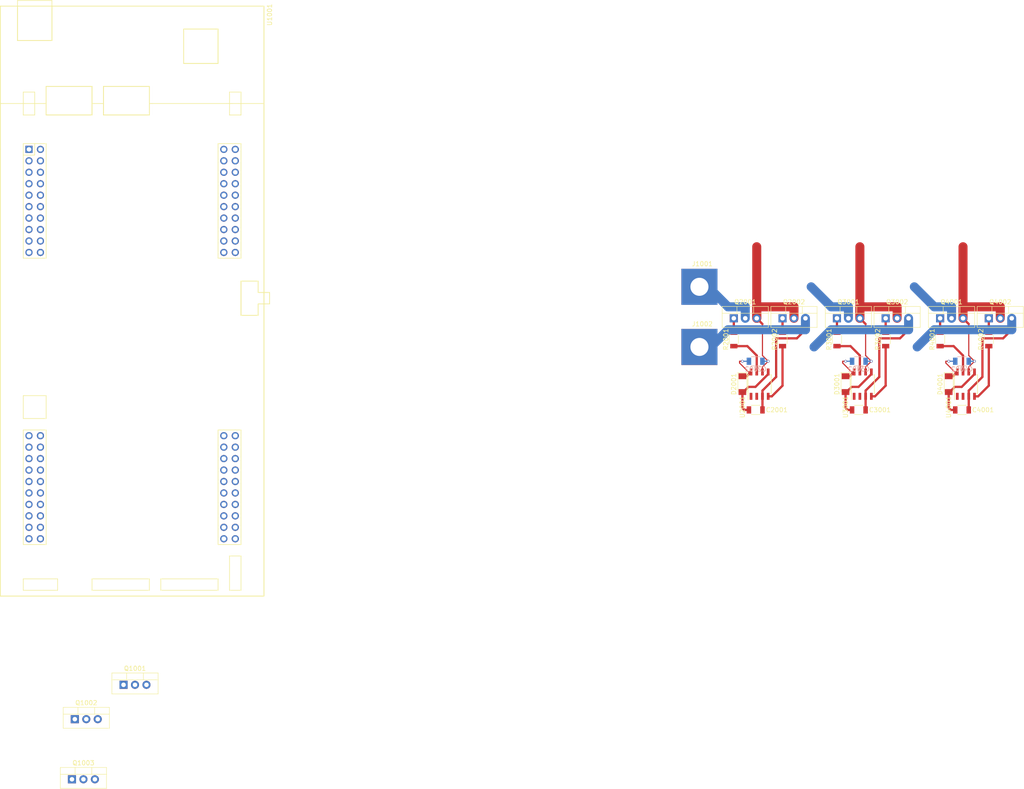
<source format=kicad_pcb>
(kicad_pcb (version 20170919) (host pcbnew "(2017-09-19 revision dddaa7e69)-makepkg")

  (general
    (thickness 1.6)
    (drawings 0)
    (tracks 146)
    (zones 0)
    (modules 30)
    (nets 28)
  )

  (page A4)
  (layers
    (0 F.Cu signal)
    (31 B.Cu signal)
    (32 B.Adhes user hide)
    (33 F.Adhes user hide)
    (34 B.Paste user hide)
    (35 F.Paste user hide)
    (36 B.SilkS user hide)
    (37 F.SilkS user)
    (38 B.Mask user hide)
    (39 F.Mask user hide)
    (40 Dwgs.User user)
    (41 Cmts.User user)
    (42 Eco1.User user)
    (43 Eco2.User user)
    (44 Edge.Cuts user)
    (45 Margin user)
    (46 B.CrtYd user)
    (47 F.CrtYd user)
    (48 B.Fab user)
    (49 F.Fab user)
  )

  (setup
    (last_trace_width 0.25)
    (user_trace_width 0.5)
    (user_trace_width 1)
    (user_trace_width 2)
    (trace_clearance 0.2)
    (zone_clearance 0.508)
    (zone_45_only no)
    (trace_min 0.2)
    (segment_width 0.2)
    (edge_width 0.15)
    (via_size 0.6)
    (via_drill 0.4)
    (via_min_size 0.4)
    (via_min_drill 0.3)
    (uvia_size 0.3)
    (uvia_drill 0.1)
    (uvias_allowed no)
    (uvia_min_size 0.2)
    (uvia_min_drill 0.1)
    (pcb_text_width 0.3)
    (pcb_text_size 1.5 1.5)
    (mod_edge_width 0.15)
    (mod_text_size 1 1)
    (mod_text_width 0.15)
    (pad_size 1.524 1.524)
    (pad_drill 0.762)
    (pad_to_mask_clearance 0.2)
    (aux_axis_origin 0 0)
    (visible_elements 7FFFFF7F)
    (pcbplotparams
      (layerselection 0x00030_80000001)
      (usegerberextensions false)
      (usegerberattributes true)
      (usegerberadvancedattributes true)
      (creategerberjobfile true)
      (excludeedgelayer true)
      (linewidth 0.100000)
      (plotframeref false)
      (viasonmask false)
      (mode 1)
      (useauxorigin false)
      (hpglpennumber 1)
      (hpglpenspeed 20)
      (hpglpendiameter 15)
      (psnegative false)
      (psa4output false)
      (plotreference true)
      (plotvalue true)
      (plotinvisibletext false)
      (padsonsilk false)
      (subtractmaskfromsilk false)
      (outputformat 1)
      (mirror false)
      (drillshape 1)
      (scaleselection 1)
      (outputdirectory ""))
  )

  (net 0 "")
  (net 1 +12V)
  (net 2 GND)
  (net 3 /Veja_1/OUT)
  (net 4 /Veja_2/OUT)
  (net 5 +VDC)
  (net 6 /Veja_1/HIN)
  (net 7 /Veja_1/LIN)
  (net 8 /Veja_2/HIN)
  (net 9 /Veja_2/LIN)
  (net 10 "Net-(C2002-Pad1)")
  (net 11 "Net-(C3002-Pad1)")
  (net 12 "Net-(C4002-Pad1)")
  (net 13 /Veja_3/OUT)
  (net 14 "Net-(R2001-Pad1)")
  (net 15 "Net-(R3001-Pad1)")
  (net 16 "Net-(R4001-Pad1)")
  (net 17 /Veja_3/HIN)
  (net 18 /Veja_3/LIN)
  (net 19 /Veja_1/QH_G)
  (net 20 /Veja_1/QL_G)
  (net 21 /Veja_2/QH_G)
  (net 22 /Veja_2/QL_G)
  (net 23 /Veja_3/QH_G)
  (net 24 /Veja_3/QL_G)
  (net 25 /Veja_1/test/zaj)
  (net 26 /Veja_2/test/zaj)
  (net 27 /Veja_3/test/zaj)

  (net_class Default "This is the default net class."
    (clearance 0.2)
    (trace_width 0.25)
    (via_dia 0.6)
    (via_drill 0.4)
    (uvia_dia 0.3)
    (uvia_drill 0.1)
    (add_net +12V)
    (add_net +VDC)
    (add_net /Veja_1/HIN)
    (add_net /Veja_1/LIN)
    (add_net /Veja_1/OUT)
    (add_net /Veja_1/QH_G)
    (add_net /Veja_1/QL_G)
    (add_net /Veja_1/test/zaj)
    (add_net /Veja_2/HIN)
    (add_net /Veja_2/LIN)
    (add_net /Veja_2/OUT)
    (add_net /Veja_2/QH_G)
    (add_net /Veja_2/QL_G)
    (add_net /Veja_2/test/zaj)
    (add_net /Veja_3/HIN)
    (add_net /Veja_3/LIN)
    (add_net /Veja_3/OUT)
    (add_net /Veja_3/QH_G)
    (add_net /Veja_3/QL_G)
    (add_net /Veja_3/test/zaj)
    (add_net GND)
    (add_net "Net-(C2002-Pad1)")
    (add_net "Net-(C3002-Pad1)")
    (add_net "Net-(C4002-Pad1)")
    (add_net "Net-(R2001-Pad1)")
    (add_net "Net-(R3001-Pad1)")
    (add_net "Net-(R4001-Pad1)")
  )

  (module Passives:RC1206M (layer B.Cu) (tedit 59F954E2) (tstamp 5A0AA8FB)
    (at 180.745 95.885)
    (descr "Capacitor SMD 1206, reflow soldering, AVX (see smccp.pdf)")
    (tags "capacitor 1206")
    (path /59F8DC05/59F96502)
    (attr smd)
    (fp_text reference C2002 (at 0 1.75) (layer B.SilkS)
      (effects (font (size 1 1) (thickness 0.15)) (justify mirror))
    )
    (fp_text value 100n (at 0 -2) (layer B.Fab) hide
      (effects (font (size 1 1) (thickness 0.15)) (justify mirror))
    )
    (fp_text user %R (at 0 0) (layer B.Fab)
      (effects (font (size 0.5 0.5) (thickness 0.07)) (justify mirror))
    )
    (fp_line (start -1.6 -0.8) (end -1.6 0.8) (layer B.Fab) (width 0.1))
    (fp_line (start 1.6 -0.8) (end -1.6 -0.8) (layer B.Fab) (width 0.1))
    (fp_line (start 1.6 0.8) (end 1.6 -0.8) (layer B.Fab) (width 0.1))
    (fp_line (start -1.6 0.8) (end 1.6 0.8) (layer B.Fab) (width 0.1))
    (fp_line (start 1 1.02) (end -1 1.02) (layer B.SilkS) (width 0.12))
    (fp_line (start -1 -1.02) (end 1 -1.02) (layer B.SilkS) (width 0.12))
    (fp_line (start -2.25 1.05) (end 2.25 1.05) (layer B.CrtYd) (width 0.05))
    (fp_line (start -2.25 1.05) (end -2.25 -1.05) (layer B.CrtYd) (width 0.05))
    (fp_line (start 2.25 -1.05) (end 2.25 1.05) (layer B.CrtYd) (width 0.05))
    (fp_line (start 2.25 -1.05) (end -2.25 -1.05) (layer B.CrtYd) (width 0.05))
    (pad 1 smd rect (at -1.5 0) (size 1 1.6) (layers B.Cu B.Paste B.Mask)
      (net 10 "Net-(C2002-Pad1)"))
    (pad 2 smd rect (at 1.5 0) (size 1 1.6) (layers B.Cu B.Paste B.Mask)
      (net 3 /Veja_1/OUT))
    (model Capacitors_SMD.3dshapes/C_1206.wrl
      (at (xyz 0 0 0))
      (scale (xyz 1 1 1))
      (rotate (xyz 0 0 0))
    )
  )

  (module Passives:RC1206M (layer F.Cu) (tedit 59F954E2) (tstamp 5A0AA8EA)
    (at 180.745 106.68)
    (descr "Capacitor SMD 1206, reflow soldering, AVX (see smccp.pdf)")
    (tags "capacitor 1206")
    (path /59F8DC05/59F96458)
    (attr smd)
    (fp_text reference C2001 (at 4.675 0) (layer F.SilkS)
      (effects (font (size 1 1) (thickness 0.15)))
    )
    (fp_text value 100n (at 0 2) (layer F.Fab) hide
      (effects (font (size 1 1) (thickness 0.15)))
    )
    (fp_text user %R (at 0 0) (layer F.Fab)
      (effects (font (size 0.5 0.5) (thickness 0.07)))
    )
    (fp_line (start -1.6 0.8) (end -1.6 -0.8) (layer F.Fab) (width 0.1))
    (fp_line (start 1.6 0.8) (end -1.6 0.8) (layer F.Fab) (width 0.1))
    (fp_line (start 1.6 -0.8) (end 1.6 0.8) (layer F.Fab) (width 0.1))
    (fp_line (start -1.6 -0.8) (end 1.6 -0.8) (layer F.Fab) (width 0.1))
    (fp_line (start 1 -1.02) (end -1 -1.02) (layer F.SilkS) (width 0.12))
    (fp_line (start -1 1.02) (end 1 1.02) (layer F.SilkS) (width 0.12))
    (fp_line (start -2.25 -1.05) (end 2.25 -1.05) (layer F.CrtYd) (width 0.05))
    (fp_line (start -2.25 -1.05) (end -2.25 1.05) (layer F.CrtYd) (width 0.05))
    (fp_line (start 2.25 1.05) (end 2.25 -1.05) (layer F.CrtYd) (width 0.05))
    (fp_line (start 2.25 1.05) (end -2.25 1.05) (layer F.CrtYd) (width 0.05))
    (pad 1 smd rect (at -1.5 0) (size 1 1.6) (layers F.Cu F.Paste F.Mask)
      (net 1 +12V))
    (pad 2 smd rect (at 1.5 0) (size 1 1.6) (layers F.Cu F.Paste F.Mask)
      (net 2 GND))
    (model Capacitors_SMD.3dshapes/C_1206.wrl
      (at (xyz 0 0 0))
      (scale (xyz 1 1 1))
      (rotate (xyz 0 0 0))
    )
  )

  (module Passives:RC1206M (layer F.Cu) (tedit 59F954E2) (tstamp 5A0AA90C)
    (at 203.605 106.68)
    (descr "Capacitor SMD 1206, reflow soldering, AVX (see smccp.pdf)")
    (tags "capacitor 1206")
    (path /59F8EC5A/59F96458)
    (attr smd)
    (fp_text reference C3001 (at 4.675 0) (layer F.SilkS)
      (effects (font (size 1 1) (thickness 0.15)))
    )
    (fp_text value 100n (at 0 2) (layer F.Fab) hide
      (effects (font (size 1 1) (thickness 0.15)))
    )
    (fp_text user %R (at 0 0) (layer F.Fab)
      (effects (font (size 0.5 0.5) (thickness 0.07)))
    )
    (fp_line (start -1.6 0.8) (end -1.6 -0.8) (layer F.Fab) (width 0.1))
    (fp_line (start 1.6 0.8) (end -1.6 0.8) (layer F.Fab) (width 0.1))
    (fp_line (start 1.6 -0.8) (end 1.6 0.8) (layer F.Fab) (width 0.1))
    (fp_line (start -1.6 -0.8) (end 1.6 -0.8) (layer F.Fab) (width 0.1))
    (fp_line (start 1 -1.02) (end -1 -1.02) (layer F.SilkS) (width 0.12))
    (fp_line (start -1 1.02) (end 1 1.02) (layer F.SilkS) (width 0.12))
    (fp_line (start -2.25 -1.05) (end 2.25 -1.05) (layer F.CrtYd) (width 0.05))
    (fp_line (start -2.25 -1.05) (end -2.25 1.05) (layer F.CrtYd) (width 0.05))
    (fp_line (start 2.25 1.05) (end 2.25 -1.05) (layer F.CrtYd) (width 0.05))
    (fp_line (start 2.25 1.05) (end -2.25 1.05) (layer F.CrtYd) (width 0.05))
    (pad 1 smd rect (at -1.5 0) (size 1 1.6) (layers F.Cu F.Paste F.Mask)
      (net 1 +12V))
    (pad 2 smd rect (at 1.5 0) (size 1 1.6) (layers F.Cu F.Paste F.Mask)
      (net 2 GND))
    (model Capacitors_SMD.3dshapes/C_1206.wrl
      (at (xyz 0 0 0))
      (scale (xyz 1 1 1))
      (rotate (xyz 0 0 0))
    )
  )

  (module Passives:RC1206M (layer B.Cu) (tedit 59F954E2) (tstamp 5A0AA91D)
    (at 203.605 95.885)
    (descr "Capacitor SMD 1206, reflow soldering, AVX (see smccp.pdf)")
    (tags "capacitor 1206")
    (path /59F8EC5A/59F96502)
    (attr smd)
    (fp_text reference C3002 (at 0 1.75) (layer B.SilkS)
      (effects (font (size 1 1) (thickness 0.15)) (justify mirror))
    )
    (fp_text value 100n (at 0 -2) (layer B.Fab) hide
      (effects (font (size 1 1) (thickness 0.15)) (justify mirror))
    )
    (fp_text user %R (at 0 0) (layer B.Fab)
      (effects (font (size 0.5 0.5) (thickness 0.07)) (justify mirror))
    )
    (fp_line (start -1.6 -0.8) (end -1.6 0.8) (layer B.Fab) (width 0.1))
    (fp_line (start 1.6 -0.8) (end -1.6 -0.8) (layer B.Fab) (width 0.1))
    (fp_line (start 1.6 0.8) (end 1.6 -0.8) (layer B.Fab) (width 0.1))
    (fp_line (start -1.6 0.8) (end 1.6 0.8) (layer B.Fab) (width 0.1))
    (fp_line (start 1 1.02) (end -1 1.02) (layer B.SilkS) (width 0.12))
    (fp_line (start -1 -1.02) (end 1 -1.02) (layer B.SilkS) (width 0.12))
    (fp_line (start -2.25 1.05) (end 2.25 1.05) (layer B.CrtYd) (width 0.05))
    (fp_line (start -2.25 1.05) (end -2.25 -1.05) (layer B.CrtYd) (width 0.05))
    (fp_line (start 2.25 -1.05) (end 2.25 1.05) (layer B.CrtYd) (width 0.05))
    (fp_line (start 2.25 -1.05) (end -2.25 -1.05) (layer B.CrtYd) (width 0.05))
    (pad 1 smd rect (at -1.5 0) (size 1 1.6) (layers B.Cu B.Paste B.Mask)
      (net 11 "Net-(C3002-Pad1)"))
    (pad 2 smd rect (at 1.5 0) (size 1 1.6) (layers B.Cu B.Paste B.Mask)
      (net 4 /Veja_2/OUT))
    (model Capacitors_SMD.3dshapes/C_1206.wrl
      (at (xyz 0 0 0))
      (scale (xyz 1 1 1))
      (rotate (xyz 0 0 0))
    )
  )

  (module Passives:RC1206M (layer F.Cu) (tedit 59F954E2) (tstamp 5A0AA92E)
    (at 226.465 106.68)
    (descr "Capacitor SMD 1206, reflow soldering, AVX (see smccp.pdf)")
    (tags "capacitor 1206")
    (path /59F957AF/59F96458)
    (attr smd)
    (fp_text reference C4001 (at 4.675 0) (layer F.SilkS)
      (effects (font (size 1 1) (thickness 0.15)))
    )
    (fp_text value 100n (at 0 2) (layer F.Fab) hide
      (effects (font (size 1 1) (thickness 0.15)))
    )
    (fp_text user %R (at 0 0) (layer F.Fab)
      (effects (font (size 0.5 0.5) (thickness 0.07)))
    )
    (fp_line (start -1.6 0.8) (end -1.6 -0.8) (layer F.Fab) (width 0.1))
    (fp_line (start 1.6 0.8) (end -1.6 0.8) (layer F.Fab) (width 0.1))
    (fp_line (start 1.6 -0.8) (end 1.6 0.8) (layer F.Fab) (width 0.1))
    (fp_line (start -1.6 -0.8) (end 1.6 -0.8) (layer F.Fab) (width 0.1))
    (fp_line (start 1 -1.02) (end -1 -1.02) (layer F.SilkS) (width 0.12))
    (fp_line (start -1 1.02) (end 1 1.02) (layer F.SilkS) (width 0.12))
    (fp_line (start -2.25 -1.05) (end 2.25 -1.05) (layer F.CrtYd) (width 0.05))
    (fp_line (start -2.25 -1.05) (end -2.25 1.05) (layer F.CrtYd) (width 0.05))
    (fp_line (start 2.25 1.05) (end 2.25 -1.05) (layer F.CrtYd) (width 0.05))
    (fp_line (start 2.25 1.05) (end -2.25 1.05) (layer F.CrtYd) (width 0.05))
    (pad 1 smd rect (at -1.5 0) (size 1 1.6) (layers F.Cu F.Paste F.Mask)
      (net 1 +12V))
    (pad 2 smd rect (at 1.5 0) (size 1 1.6) (layers F.Cu F.Paste F.Mask)
      (net 2 GND))
    (model Capacitors_SMD.3dshapes/C_1206.wrl
      (at (xyz 0 0 0))
      (scale (xyz 1 1 1))
      (rotate (xyz 0 0 0))
    )
  )

  (module Passives:RC1206M (layer B.Cu) (tedit 59F954E2) (tstamp 5A0AA93F)
    (at 226.465 95.885)
    (descr "Capacitor SMD 1206, reflow soldering, AVX (see smccp.pdf)")
    (tags "capacitor 1206")
    (path /59F957AF/59F96502)
    (attr smd)
    (fp_text reference C4002 (at 0 1.75) (layer B.SilkS)
      (effects (font (size 1 1) (thickness 0.15)) (justify mirror))
    )
    (fp_text value 100n (at 0 -2) (layer B.Fab) hide
      (effects (font (size 1 1) (thickness 0.15)) (justify mirror))
    )
    (fp_text user %R (at 0 0) (layer B.Fab)
      (effects (font (size 0.5 0.5) (thickness 0.07)) (justify mirror))
    )
    (fp_line (start -1.6 -0.8) (end -1.6 0.8) (layer B.Fab) (width 0.1))
    (fp_line (start 1.6 -0.8) (end -1.6 -0.8) (layer B.Fab) (width 0.1))
    (fp_line (start 1.6 0.8) (end 1.6 -0.8) (layer B.Fab) (width 0.1))
    (fp_line (start -1.6 0.8) (end 1.6 0.8) (layer B.Fab) (width 0.1))
    (fp_line (start 1 1.02) (end -1 1.02) (layer B.SilkS) (width 0.12))
    (fp_line (start -1 -1.02) (end 1 -1.02) (layer B.SilkS) (width 0.12))
    (fp_line (start -2.25 1.05) (end 2.25 1.05) (layer B.CrtYd) (width 0.05))
    (fp_line (start -2.25 1.05) (end -2.25 -1.05) (layer B.CrtYd) (width 0.05))
    (fp_line (start 2.25 -1.05) (end 2.25 1.05) (layer B.CrtYd) (width 0.05))
    (fp_line (start 2.25 -1.05) (end -2.25 -1.05) (layer B.CrtYd) (width 0.05))
    (pad 1 smd rect (at -1.5 0) (size 1 1.6) (layers B.Cu B.Paste B.Mask)
      (net 12 "Net-(C4002-Pad1)"))
    (pad 2 smd rect (at 1.5 0) (size 1 1.6) (layers B.Cu B.Paste B.Mask)
      (net 13 /Veja_3/OUT))
    (model Capacitors_SMD.3dshapes/C_1206.wrl
      (at (xyz 0 0 0))
      (scale (xyz 1 1 1))
      (rotate (xyz 0 0 0))
    )
  )

  (module Discretes:D_MiniMELF (layer F.Cu) (tedit 59F95434) (tstamp 5A0AA97A)
    (at 177.8 100.965 270)
    (descr "Diode Mini-MELF")
    (tags "Diode Mini-MELF")
    (path /59F8DC05/59F96588)
    (attr smd)
    (fp_text reference D2001 (at 0 1.905 270) (layer F.SilkS)
      (effects (font (size 1 1) (thickness 0.15)))
    )
    (fp_text value LL4148 (at 0 1.75 270) (layer F.Fab) hide
      (effects (font (size 1 1) (thickness 0.15)))
    )
    (fp_text user %R (at 0 1.905 270) (layer F.Fab)
      (effects (font (size 1 1) (thickness 0.15)))
    )
    (fp_line (start 1.75 -1) (end -2.55 -1) (layer F.SilkS) (width 0.12))
    (fp_line (start -2.55 -1) (end -2.55 1) (layer F.SilkS) (width 0.12))
    (fp_line (start -2.55 1) (end 1.75 1) (layer F.SilkS) (width 0.12))
    (fp_line (start 1.65 -0.8) (end 1.65 0.8) (layer F.Fab) (width 0.1))
    (fp_line (start 1.65 0.8) (end -1.65 0.8) (layer F.Fab) (width 0.1))
    (fp_line (start -1.65 0.8) (end -1.65 -0.8) (layer F.Fab) (width 0.1))
    (fp_line (start -1.65 -0.8) (end 1.65 -0.8) (layer F.Fab) (width 0.1))
    (fp_line (start 0.25 0) (end 0.75 0) (layer F.Fab) (width 0.1))
    (fp_line (start 0.25 0.4) (end -0.35 0) (layer F.Fab) (width 0.1))
    (fp_line (start 0.25 -0.4) (end 0.25 0.4) (layer F.Fab) (width 0.1))
    (fp_line (start -0.35 0) (end 0.25 -0.4) (layer F.Fab) (width 0.1))
    (fp_line (start -0.35 0) (end -0.35 0.55) (layer F.Fab) (width 0.1))
    (fp_line (start -0.35 0) (end -0.35 -0.55) (layer F.Fab) (width 0.1))
    (fp_line (start -0.75 0) (end -0.35 0) (layer F.Fab) (width 0.1))
    (fp_line (start -2.65 -1.1) (end 2.65 -1.1) (layer F.CrtYd) (width 0.05))
    (fp_line (start 2.65 -1.1) (end 2.65 1.1) (layer F.CrtYd) (width 0.05))
    (fp_line (start 2.65 1.1) (end -2.65 1.1) (layer F.CrtYd) (width 0.05))
    (fp_line (start -2.65 1.1) (end -2.65 -1.1) (layer F.CrtYd) (width 0.05))
    (pad 1 smd rect (at -1.75 0 270) (size 1.3 1.7) (layers F.Cu F.Paste F.Mask)
      (net 10 "Net-(C2002-Pad1)"))
    (pad 2 smd rect (at 1.75 0 270) (size 1.3 1.7) (layers F.Cu F.Paste F.Mask)
      (net 1 +12V))
    (model ${KISYS3DMOD}/Diodes_SMD.3dshapes/D_MiniMELF.wrl
      (at (xyz 0 0 0))
      (scale (xyz 1 1 1))
      (rotate (xyz 0 0 0))
    )
  )

  (module Discretes:D_MiniMELF (layer F.Cu) (tedit 59F95434) (tstamp 5A0AA993)
    (at 200.66 100.965 270)
    (descr "Diode Mini-MELF")
    (tags "Diode Mini-MELF")
    (path /59F8EC5A/59F96588)
    (attr smd)
    (fp_text reference D3001 (at 0 1.905 270) (layer F.SilkS)
      (effects (font (size 1 1) (thickness 0.15)))
    )
    (fp_text value LL4148 (at 0 1.75 270) (layer F.Fab) hide
      (effects (font (size 1 1) (thickness 0.15)))
    )
    (fp_text user %R (at 0 1.905 270) (layer F.Fab)
      (effects (font (size 1 1) (thickness 0.15)))
    )
    (fp_line (start 1.75 -1) (end -2.55 -1) (layer F.SilkS) (width 0.12))
    (fp_line (start -2.55 -1) (end -2.55 1) (layer F.SilkS) (width 0.12))
    (fp_line (start -2.55 1) (end 1.75 1) (layer F.SilkS) (width 0.12))
    (fp_line (start 1.65 -0.8) (end 1.65 0.8) (layer F.Fab) (width 0.1))
    (fp_line (start 1.65 0.8) (end -1.65 0.8) (layer F.Fab) (width 0.1))
    (fp_line (start -1.65 0.8) (end -1.65 -0.8) (layer F.Fab) (width 0.1))
    (fp_line (start -1.65 -0.8) (end 1.65 -0.8) (layer F.Fab) (width 0.1))
    (fp_line (start 0.25 0) (end 0.75 0) (layer F.Fab) (width 0.1))
    (fp_line (start 0.25 0.4) (end -0.35 0) (layer F.Fab) (width 0.1))
    (fp_line (start 0.25 -0.4) (end 0.25 0.4) (layer F.Fab) (width 0.1))
    (fp_line (start -0.35 0) (end 0.25 -0.4) (layer F.Fab) (width 0.1))
    (fp_line (start -0.35 0) (end -0.35 0.55) (layer F.Fab) (width 0.1))
    (fp_line (start -0.35 0) (end -0.35 -0.55) (layer F.Fab) (width 0.1))
    (fp_line (start -0.75 0) (end -0.35 0) (layer F.Fab) (width 0.1))
    (fp_line (start -2.65 -1.1) (end 2.65 -1.1) (layer F.CrtYd) (width 0.05))
    (fp_line (start 2.65 -1.1) (end 2.65 1.1) (layer F.CrtYd) (width 0.05))
    (fp_line (start 2.65 1.1) (end -2.65 1.1) (layer F.CrtYd) (width 0.05))
    (fp_line (start -2.65 1.1) (end -2.65 -1.1) (layer F.CrtYd) (width 0.05))
    (pad 1 smd rect (at -1.75 0 270) (size 1.3 1.7) (layers F.Cu F.Paste F.Mask)
      (net 11 "Net-(C3002-Pad1)"))
    (pad 2 smd rect (at 1.75 0 270) (size 1.3 1.7) (layers F.Cu F.Paste F.Mask)
      (net 1 +12V))
    (model ${KISYS3DMOD}/Diodes_SMD.3dshapes/D_MiniMELF.wrl
      (at (xyz 0 0 0))
      (scale (xyz 1 1 1))
      (rotate (xyz 0 0 0))
    )
  )

  (module Discretes:D_MiniMELF (layer F.Cu) (tedit 59F95434) (tstamp 5A0AA9AC)
    (at 223.52 100.965 270)
    (descr "Diode Mini-MELF")
    (tags "Diode Mini-MELF")
    (path /59F957AF/59F96588)
    (attr smd)
    (fp_text reference D4001 (at 0 1.905 270) (layer F.SilkS)
      (effects (font (size 1 1) (thickness 0.15)))
    )
    (fp_text value LL4148 (at 0 1.75 270) (layer F.Fab) hide
      (effects (font (size 1 1) (thickness 0.15)))
    )
    (fp_text user %R (at 0 1.905 270) (layer F.Fab)
      (effects (font (size 1 1) (thickness 0.15)))
    )
    (fp_line (start 1.75 -1) (end -2.55 -1) (layer F.SilkS) (width 0.12))
    (fp_line (start -2.55 -1) (end -2.55 1) (layer F.SilkS) (width 0.12))
    (fp_line (start -2.55 1) (end 1.75 1) (layer F.SilkS) (width 0.12))
    (fp_line (start 1.65 -0.8) (end 1.65 0.8) (layer F.Fab) (width 0.1))
    (fp_line (start 1.65 0.8) (end -1.65 0.8) (layer F.Fab) (width 0.1))
    (fp_line (start -1.65 0.8) (end -1.65 -0.8) (layer F.Fab) (width 0.1))
    (fp_line (start -1.65 -0.8) (end 1.65 -0.8) (layer F.Fab) (width 0.1))
    (fp_line (start 0.25 0) (end 0.75 0) (layer F.Fab) (width 0.1))
    (fp_line (start 0.25 0.4) (end -0.35 0) (layer F.Fab) (width 0.1))
    (fp_line (start 0.25 -0.4) (end 0.25 0.4) (layer F.Fab) (width 0.1))
    (fp_line (start -0.35 0) (end 0.25 -0.4) (layer F.Fab) (width 0.1))
    (fp_line (start -0.35 0) (end -0.35 0.55) (layer F.Fab) (width 0.1))
    (fp_line (start -0.35 0) (end -0.35 -0.55) (layer F.Fab) (width 0.1))
    (fp_line (start -0.75 0) (end -0.35 0) (layer F.Fab) (width 0.1))
    (fp_line (start -2.65 -1.1) (end 2.65 -1.1) (layer F.CrtYd) (width 0.05))
    (fp_line (start 2.65 -1.1) (end 2.65 1.1) (layer F.CrtYd) (width 0.05))
    (fp_line (start 2.65 1.1) (end -2.65 1.1) (layer F.CrtYd) (width 0.05))
    (fp_line (start -2.65 1.1) (end -2.65 -1.1) (layer F.CrtYd) (width 0.05))
    (pad 1 smd rect (at -1.75 0 270) (size 1.3 1.7) (layers F.Cu F.Paste F.Mask)
      (net 12 "Net-(C4002-Pad1)"))
    (pad 2 smd rect (at 1.75 0 270) (size 1.3 1.7) (layers F.Cu F.Paste F.Mask)
      (net 1 +12V))
    (model ${KISYS3DMOD}/Diodes_SMD.3dshapes/D_MiniMELF.wrl
      (at (xyz 0 0 0))
      (scale (xyz 1 1 1))
      (rotate (xyz 0 0 0))
    )
  )

  (module Discretes:TO-220 (layer F.Cu) (tedit 59E9DD4A) (tstamp 5A0AA9DF)
    (at 40.64 167.64)
    (descr "TO-220-3, Vertical, RM 2.54mm")
    (tags "TO-220-3 Vertical RM 2.54mm")
    (path /5A0AAC30)
    (fp_text reference Q1001 (at 2.54 -3.62) (layer F.SilkS)
      (effects (font (size 1 1) (thickness 0.15)))
    )
    (fp_text value CSD19531KCS (at 2.54 3.92) (layer F.Fab) hide
      (effects (font (size 1 1) (thickness 0.15)))
    )
    (fp_text user %R (at 2.54 -3.62) (layer F.Fab)
      (effects (font (size 1 1) (thickness 0.15)))
    )
    (fp_line (start -2.46 -2.5) (end -2.46 1.9) (layer F.Fab) (width 0.1))
    (fp_line (start -2.46 1.9) (end 7.54 1.9) (layer F.Fab) (width 0.1))
    (fp_line (start 7.54 1.9) (end 7.54 -2.5) (layer F.Fab) (width 0.1))
    (fp_line (start 7.54 -2.5) (end -2.46 -2.5) (layer F.Fab) (width 0.1))
    (fp_line (start -2.46 -1.23) (end 7.54 -1.23) (layer F.Fab) (width 0.1))
    (fp_line (start 0.69 -2.5) (end 0.69 -1.23) (layer F.Fab) (width 0.1))
    (fp_line (start 4.39 -2.5) (end 4.39 -1.23) (layer F.Fab) (width 0.1))
    (fp_line (start -2.58 -2.62) (end 7.66 -2.62) (layer F.SilkS) (width 0.12))
    (fp_line (start -2.58 2.021) (end 7.66 2.021) (layer F.SilkS) (width 0.12))
    (fp_line (start -2.58 -2.62) (end -2.58 2.021) (layer F.SilkS) (width 0.12))
    (fp_line (start 7.66 -2.62) (end 7.66 2.021) (layer F.SilkS) (width 0.12))
    (fp_line (start -2.58 -1.11) (end 7.66 -1.11) (layer F.SilkS) (width 0.12))
    (fp_line (start 0.69 -2.62) (end 0.69 -1.11) (layer F.SilkS) (width 0.12))
    (fp_line (start 4.391 -2.62) (end 4.391 -1.11) (layer F.SilkS) (width 0.12))
    (fp_line (start -2.71 -2.75) (end -2.71 2.16) (layer F.CrtYd) (width 0.05))
    (fp_line (start -2.71 2.16) (end 7.79 2.16) (layer F.CrtYd) (width 0.05))
    (fp_line (start 7.79 2.16) (end 7.79 -2.75) (layer F.CrtYd) (width 0.05))
    (fp_line (start 7.79 -2.75) (end -2.71 -2.75) (layer F.CrtYd) (width 0.05))
    (pad 1 thru_hole rect (at 0 0) (size 1.8 1.8) (drill 1) (layers *.Cu *.Mask)
      (net 3 /Veja_1/OUT))
    (pad 2 thru_hole oval (at 2.54 0) (size 1.8 1.8) (drill 1) (layers *.Cu *.Mask))
    (pad 3 thru_hole oval (at 5.08 0) (size 1.8 1.8) (drill 1) (layers *.Cu *.Mask))
    (model ${KI_LRTME_3DMOD}/TO-220-3_Vertical.wrl
      (at (xyz 0 0 0))
      (scale (xyz 1 1 1))
      (rotate (xyz 0 0 0))
    )
  )

  (module Discretes:TO-220 (layer F.Cu) (tedit 59E9DD4A) (tstamp 5A0AA9F9)
    (at 29.845 175.26)
    (descr "TO-220-3, Vertical, RM 2.54mm")
    (tags "TO-220-3 Vertical RM 2.54mm")
    (path /5A0AAAD8)
    (fp_text reference Q1002 (at 2.54 -3.62) (layer F.SilkS)
      (effects (font (size 1 1) (thickness 0.15)))
    )
    (fp_text value CSD19531KCS (at 2.54 3.92) (layer F.Fab) hide
      (effects (font (size 1 1) (thickness 0.15)))
    )
    (fp_text user %R (at 2.54 -3.62) (layer F.Fab)
      (effects (font (size 1 1) (thickness 0.15)))
    )
    (fp_line (start -2.46 -2.5) (end -2.46 1.9) (layer F.Fab) (width 0.1))
    (fp_line (start -2.46 1.9) (end 7.54 1.9) (layer F.Fab) (width 0.1))
    (fp_line (start 7.54 1.9) (end 7.54 -2.5) (layer F.Fab) (width 0.1))
    (fp_line (start 7.54 -2.5) (end -2.46 -2.5) (layer F.Fab) (width 0.1))
    (fp_line (start -2.46 -1.23) (end 7.54 -1.23) (layer F.Fab) (width 0.1))
    (fp_line (start 0.69 -2.5) (end 0.69 -1.23) (layer F.Fab) (width 0.1))
    (fp_line (start 4.39 -2.5) (end 4.39 -1.23) (layer F.Fab) (width 0.1))
    (fp_line (start -2.58 -2.62) (end 7.66 -2.62) (layer F.SilkS) (width 0.12))
    (fp_line (start -2.58 2.021) (end 7.66 2.021) (layer F.SilkS) (width 0.12))
    (fp_line (start -2.58 -2.62) (end -2.58 2.021) (layer F.SilkS) (width 0.12))
    (fp_line (start 7.66 -2.62) (end 7.66 2.021) (layer F.SilkS) (width 0.12))
    (fp_line (start -2.58 -1.11) (end 7.66 -1.11) (layer F.SilkS) (width 0.12))
    (fp_line (start 0.69 -2.62) (end 0.69 -1.11) (layer F.SilkS) (width 0.12))
    (fp_line (start 4.391 -2.62) (end 4.391 -1.11) (layer F.SilkS) (width 0.12))
    (fp_line (start -2.71 -2.75) (end -2.71 2.16) (layer F.CrtYd) (width 0.05))
    (fp_line (start -2.71 2.16) (end 7.79 2.16) (layer F.CrtYd) (width 0.05))
    (fp_line (start 7.79 2.16) (end 7.79 -2.75) (layer F.CrtYd) (width 0.05))
    (fp_line (start 7.79 -2.75) (end -2.71 -2.75) (layer F.CrtYd) (width 0.05))
    (pad 1 thru_hole rect (at 0 0) (size 1.8 1.8) (drill 1) (layers *.Cu *.Mask)
      (net 4 /Veja_2/OUT))
    (pad 2 thru_hole oval (at 2.54 0) (size 1.8 1.8) (drill 1) (layers *.Cu *.Mask))
    (pad 3 thru_hole oval (at 5.08 0) (size 1.8 1.8) (drill 1) (layers *.Cu *.Mask))
    (model ${KI_LRTME_3DMOD}/TO-220-3_Vertical.wrl
      (at (xyz 0 0 0))
      (scale (xyz 1 1 1))
      (rotate (xyz 0 0 0))
    )
  )

  (module Discretes:TO-220 (layer F.Cu) (tedit 59E9DD4A) (tstamp 5A0AAA13)
    (at 29.21 188.595)
    (descr "TO-220-3, Vertical, RM 2.54mm")
    (tags "TO-220-3 Vertical RM 2.54mm")
    (path /5A0AAD6E)
    (fp_text reference Q1003 (at 2.54 -3.62) (layer F.SilkS)
      (effects (font (size 1 1) (thickness 0.15)))
    )
    (fp_text value CSD19531KCS (at 2.54 3.92) (layer F.Fab) hide
      (effects (font (size 1 1) (thickness 0.15)))
    )
    (fp_text user %R (at 2.54 -3.62) (layer F.Fab)
      (effects (font (size 1 1) (thickness 0.15)))
    )
    (fp_line (start -2.46 -2.5) (end -2.46 1.9) (layer F.Fab) (width 0.1))
    (fp_line (start -2.46 1.9) (end 7.54 1.9) (layer F.Fab) (width 0.1))
    (fp_line (start 7.54 1.9) (end 7.54 -2.5) (layer F.Fab) (width 0.1))
    (fp_line (start 7.54 -2.5) (end -2.46 -2.5) (layer F.Fab) (width 0.1))
    (fp_line (start -2.46 -1.23) (end 7.54 -1.23) (layer F.Fab) (width 0.1))
    (fp_line (start 0.69 -2.5) (end 0.69 -1.23) (layer F.Fab) (width 0.1))
    (fp_line (start 4.39 -2.5) (end 4.39 -1.23) (layer F.Fab) (width 0.1))
    (fp_line (start -2.58 -2.62) (end 7.66 -2.62) (layer F.SilkS) (width 0.12))
    (fp_line (start -2.58 2.021) (end 7.66 2.021) (layer F.SilkS) (width 0.12))
    (fp_line (start -2.58 -2.62) (end -2.58 2.021) (layer F.SilkS) (width 0.12))
    (fp_line (start 7.66 -2.62) (end 7.66 2.021) (layer F.SilkS) (width 0.12))
    (fp_line (start -2.58 -1.11) (end 7.66 -1.11) (layer F.SilkS) (width 0.12))
    (fp_line (start 0.69 -2.62) (end 0.69 -1.11) (layer F.SilkS) (width 0.12))
    (fp_line (start 4.391 -2.62) (end 4.391 -1.11) (layer F.SilkS) (width 0.12))
    (fp_line (start -2.71 -2.75) (end -2.71 2.16) (layer F.CrtYd) (width 0.05))
    (fp_line (start -2.71 2.16) (end 7.79 2.16) (layer F.CrtYd) (width 0.05))
    (fp_line (start 7.79 2.16) (end 7.79 -2.75) (layer F.CrtYd) (width 0.05))
    (fp_line (start 7.79 -2.75) (end -2.71 -2.75) (layer F.CrtYd) (width 0.05))
    (pad 1 thru_hole rect (at 0 0) (size 1.8 1.8) (drill 1) (layers *.Cu *.Mask)
      (net 13 /Veja_3/OUT))
    (pad 2 thru_hole oval (at 2.54 0) (size 1.8 1.8) (drill 1) (layers *.Cu *.Mask))
    (pad 3 thru_hole oval (at 5.08 0) (size 1.8 1.8) (drill 1) (layers *.Cu *.Mask))
    (model ${KI_LRTME_3DMOD}/TO-220-3_Vertical.wrl
      (at (xyz 0 0 0))
      (scale (xyz 1 1 1))
      (rotate (xyz 0 0 0))
    )
  )

  (module Discretes:TO-220 (layer F.Cu) (tedit 59E9DD4A) (tstamp 5A0AAA47)
    (at 175.895 86.36)
    (descr "TO-220-3, Vertical, RM 2.54mm")
    (tags "TO-220-3 Vertical RM 2.54mm")
    (path /59F8DC05/59F8DC38)
    (fp_text reference Q2001 (at 2.54 -3.62) (layer F.SilkS)
      (effects (font (size 1 1) (thickness 0.15)))
    )
    (fp_text value CSD19531KCS (at 2.54 3.92) (layer F.Fab) hide
      (effects (font (size 1 1) (thickness 0.15)))
    )
    (fp_text user %R (at 2.54 1.14) (layer F.Fab)
      (effects (font (size 1 1) (thickness 0.15)))
    )
    (fp_line (start -2.46 -2.5) (end -2.46 1.9) (layer F.Fab) (width 0.1))
    (fp_line (start -2.46 1.9) (end 7.54 1.9) (layer F.Fab) (width 0.1))
    (fp_line (start 7.54 1.9) (end 7.54 -2.5) (layer F.Fab) (width 0.1))
    (fp_line (start 7.54 -2.5) (end -2.46 -2.5) (layer F.Fab) (width 0.1))
    (fp_line (start -2.46 -1.23) (end 7.54 -1.23) (layer F.Fab) (width 0.1))
    (fp_line (start 0.69 -2.5) (end 0.69 -1.23) (layer F.Fab) (width 0.1))
    (fp_line (start 4.39 -2.5) (end 4.39 -1.23) (layer F.Fab) (width 0.1))
    (fp_line (start -2.58 -2.62) (end 7.66 -2.62) (layer F.SilkS) (width 0.12))
    (fp_line (start -2.58 2.021) (end 7.66 2.021) (layer F.SilkS) (width 0.12))
    (fp_line (start -2.58 -2.62) (end -2.58 2.021) (layer F.SilkS) (width 0.12))
    (fp_line (start 7.66 -2.62) (end 7.66 2.021) (layer F.SilkS) (width 0.12))
    (fp_line (start -2.58 -1.11) (end 7.66 -1.11) (layer F.SilkS) (width 0.12))
    (fp_line (start 0.69 -2.62) (end 0.69 -1.11) (layer F.SilkS) (width 0.12))
    (fp_line (start 4.391 -2.62) (end 4.391 -1.11) (layer F.SilkS) (width 0.12))
    (fp_line (start -2.71 -2.75) (end -2.71 2.16) (layer F.CrtYd) (width 0.05))
    (fp_line (start -2.71 2.16) (end 7.79 2.16) (layer F.CrtYd) (width 0.05))
    (fp_line (start 7.79 2.16) (end 7.79 -2.75) (layer F.CrtYd) (width 0.05))
    (fp_line (start 7.79 -2.75) (end -2.71 -2.75) (layer F.CrtYd) (width 0.05))
    (pad 1 thru_hole rect (at 0 0) (size 1.8 1.8) (drill 1) (layers *.Cu *.Mask)
      (net 19 /Veja_1/QH_G))
    (pad 2 thru_hole oval (at 2.54 0) (size 1.8 1.8) (drill 1) (layers *.Cu *.Mask)
      (net 5 +VDC))
    (pad 3 thru_hole oval (at 5.08 0) (size 1.8 1.8) (drill 1) (layers *.Cu *.Mask)
      (net 3 /Veja_1/OUT))
    (model ${KI_LRTME_3DMOD}/TO-220-3_Vertical.wrl
      (at (xyz 0 0 0))
      (scale (xyz 1 1 1))
      (rotate (xyz 0 0 0))
    )
  )

  (module Discretes:TO-220 (layer F.Cu) (tedit 59E9DD4A) (tstamp 5A0AAA61)
    (at 186.69 86.36)
    (descr "TO-220-3, Vertical, RM 2.54mm")
    (tags "TO-220-3 Vertical RM 2.54mm")
    (path /59F8DC05/59F8DCB8)
    (fp_text reference Q2002 (at 2.54 -3.62) (layer F.SilkS)
      (effects (font (size 1 1) (thickness 0.15)))
    )
    (fp_text value CSD19531KCS (at 2.54 3.92) (layer F.Fab) hide
      (effects (font (size 1 1) (thickness 0.15)))
    )
    (fp_text user %R (at 2.54 1.14) (layer F.Fab)
      (effects (font (size 1 1) (thickness 0.15)))
    )
    (fp_line (start -2.46 -2.5) (end -2.46 1.9) (layer F.Fab) (width 0.1))
    (fp_line (start -2.46 1.9) (end 7.54 1.9) (layer F.Fab) (width 0.1))
    (fp_line (start 7.54 1.9) (end 7.54 -2.5) (layer F.Fab) (width 0.1))
    (fp_line (start 7.54 -2.5) (end -2.46 -2.5) (layer F.Fab) (width 0.1))
    (fp_line (start -2.46 -1.23) (end 7.54 -1.23) (layer F.Fab) (width 0.1))
    (fp_line (start 0.69 -2.5) (end 0.69 -1.23) (layer F.Fab) (width 0.1))
    (fp_line (start 4.39 -2.5) (end 4.39 -1.23) (layer F.Fab) (width 0.1))
    (fp_line (start -2.58 -2.62) (end 7.66 -2.62) (layer F.SilkS) (width 0.12))
    (fp_line (start -2.58 2.021) (end 7.66 2.021) (layer F.SilkS) (width 0.12))
    (fp_line (start -2.58 -2.62) (end -2.58 2.021) (layer F.SilkS) (width 0.12))
    (fp_line (start 7.66 -2.62) (end 7.66 2.021) (layer F.SilkS) (width 0.12))
    (fp_line (start -2.58 -1.11) (end 7.66 -1.11) (layer F.SilkS) (width 0.12))
    (fp_line (start 0.69 -2.62) (end 0.69 -1.11) (layer F.SilkS) (width 0.12))
    (fp_line (start 4.391 -2.62) (end 4.391 -1.11) (layer F.SilkS) (width 0.12))
    (fp_line (start -2.71 -2.75) (end -2.71 2.16) (layer F.CrtYd) (width 0.05))
    (fp_line (start -2.71 2.16) (end 7.79 2.16) (layer F.CrtYd) (width 0.05))
    (fp_line (start 7.79 2.16) (end 7.79 -2.75) (layer F.CrtYd) (width 0.05))
    (fp_line (start 7.79 -2.75) (end -2.71 -2.75) (layer F.CrtYd) (width 0.05))
    (pad 1 thru_hole rect (at 0 0) (size 1.8 1.8) (drill 1) (layers *.Cu *.Mask)
      (net 20 /Veja_1/QL_G))
    (pad 2 thru_hole oval (at 2.54 0) (size 1.8 1.8) (drill 1) (layers *.Cu *.Mask)
      (net 3 /Veja_1/OUT))
    (pad 3 thru_hole oval (at 5.08 0) (size 1.8 1.8) (drill 1) (layers *.Cu *.Mask)
      (net 2 GND))
    (model ${KI_LRTME_3DMOD}/TO-220-3_Vertical.wrl
      (at (xyz 0 0 0))
      (scale (xyz 1 1 1))
      (rotate (xyz 0 0 0))
    )
  )

  (module Discretes:TO-220 (layer F.Cu) (tedit 59E9DD4A) (tstamp 5A0AAA7B)
    (at 198.755 86.36)
    (descr "TO-220-3, Vertical, RM 2.54mm")
    (tags "TO-220-3 Vertical RM 2.54mm")
    (path /59F8EC5A/59F8DC38)
    (fp_text reference Q3001 (at 2.54 -3.62) (layer F.SilkS)
      (effects (font (size 1 1) (thickness 0.15)))
    )
    (fp_text value CSD19531KCS (at 2.54 3.92) (layer F.Fab) hide
      (effects (font (size 1 1) (thickness 0.15)))
    )
    (fp_text user %R (at 2.54 1.14) (layer F.Fab)
      (effects (font (size 1 1) (thickness 0.15)))
    )
    (fp_line (start -2.46 -2.5) (end -2.46 1.9) (layer F.Fab) (width 0.1))
    (fp_line (start -2.46 1.9) (end 7.54 1.9) (layer F.Fab) (width 0.1))
    (fp_line (start 7.54 1.9) (end 7.54 -2.5) (layer F.Fab) (width 0.1))
    (fp_line (start 7.54 -2.5) (end -2.46 -2.5) (layer F.Fab) (width 0.1))
    (fp_line (start -2.46 -1.23) (end 7.54 -1.23) (layer F.Fab) (width 0.1))
    (fp_line (start 0.69 -2.5) (end 0.69 -1.23) (layer F.Fab) (width 0.1))
    (fp_line (start 4.39 -2.5) (end 4.39 -1.23) (layer F.Fab) (width 0.1))
    (fp_line (start -2.58 -2.62) (end 7.66 -2.62) (layer F.SilkS) (width 0.12))
    (fp_line (start -2.58 2.021) (end 7.66 2.021) (layer F.SilkS) (width 0.12))
    (fp_line (start -2.58 -2.62) (end -2.58 2.021) (layer F.SilkS) (width 0.12))
    (fp_line (start 7.66 -2.62) (end 7.66 2.021) (layer F.SilkS) (width 0.12))
    (fp_line (start -2.58 -1.11) (end 7.66 -1.11) (layer F.SilkS) (width 0.12))
    (fp_line (start 0.69 -2.62) (end 0.69 -1.11) (layer F.SilkS) (width 0.12))
    (fp_line (start 4.391 -2.62) (end 4.391 -1.11) (layer F.SilkS) (width 0.12))
    (fp_line (start -2.71 -2.75) (end -2.71 2.16) (layer F.CrtYd) (width 0.05))
    (fp_line (start -2.71 2.16) (end 7.79 2.16) (layer F.CrtYd) (width 0.05))
    (fp_line (start 7.79 2.16) (end 7.79 -2.75) (layer F.CrtYd) (width 0.05))
    (fp_line (start 7.79 -2.75) (end -2.71 -2.75) (layer F.CrtYd) (width 0.05))
    (pad 1 thru_hole rect (at 0 0) (size 1.8 1.8) (drill 1) (layers *.Cu *.Mask)
      (net 21 /Veja_2/QH_G))
    (pad 2 thru_hole oval (at 2.54 0) (size 1.8 1.8) (drill 1) (layers *.Cu *.Mask)
      (net 5 +VDC))
    (pad 3 thru_hole oval (at 5.08 0) (size 1.8 1.8) (drill 1) (layers *.Cu *.Mask)
      (net 4 /Veja_2/OUT))
    (model ${KI_LRTME_3DMOD}/TO-220-3_Vertical.wrl
      (at (xyz 0 0 0))
      (scale (xyz 1 1 1))
      (rotate (xyz 0 0 0))
    )
  )

  (module Discretes:TO-220 (layer F.Cu) (tedit 59E9DD4A) (tstamp 5A0AAA95)
    (at 209.55 86.36)
    (descr "TO-220-3, Vertical, RM 2.54mm")
    (tags "TO-220-3 Vertical RM 2.54mm")
    (path /59F8EC5A/59F8DCB8)
    (fp_text reference Q3002 (at 2.54 -3.62) (layer F.SilkS)
      (effects (font (size 1 1) (thickness 0.15)))
    )
    (fp_text value CSD19531KCS (at 2.54 3.92) (layer F.Fab) hide
      (effects (font (size 1 1) (thickness 0.15)))
    )
    (fp_text user %R (at 2.54 1.14) (layer F.Fab)
      (effects (font (size 1 1) (thickness 0.15)))
    )
    (fp_line (start -2.46 -2.5) (end -2.46 1.9) (layer F.Fab) (width 0.1))
    (fp_line (start -2.46 1.9) (end 7.54 1.9) (layer F.Fab) (width 0.1))
    (fp_line (start 7.54 1.9) (end 7.54 -2.5) (layer F.Fab) (width 0.1))
    (fp_line (start 7.54 -2.5) (end -2.46 -2.5) (layer F.Fab) (width 0.1))
    (fp_line (start -2.46 -1.23) (end 7.54 -1.23) (layer F.Fab) (width 0.1))
    (fp_line (start 0.69 -2.5) (end 0.69 -1.23) (layer F.Fab) (width 0.1))
    (fp_line (start 4.39 -2.5) (end 4.39 -1.23) (layer F.Fab) (width 0.1))
    (fp_line (start -2.58 -2.62) (end 7.66 -2.62) (layer F.SilkS) (width 0.12))
    (fp_line (start -2.58 2.021) (end 7.66 2.021) (layer F.SilkS) (width 0.12))
    (fp_line (start -2.58 -2.62) (end -2.58 2.021) (layer F.SilkS) (width 0.12))
    (fp_line (start 7.66 -2.62) (end 7.66 2.021) (layer F.SilkS) (width 0.12))
    (fp_line (start -2.58 -1.11) (end 7.66 -1.11) (layer F.SilkS) (width 0.12))
    (fp_line (start 0.69 -2.62) (end 0.69 -1.11) (layer F.SilkS) (width 0.12))
    (fp_line (start 4.391 -2.62) (end 4.391 -1.11) (layer F.SilkS) (width 0.12))
    (fp_line (start -2.71 -2.75) (end -2.71 2.16) (layer F.CrtYd) (width 0.05))
    (fp_line (start -2.71 2.16) (end 7.79 2.16) (layer F.CrtYd) (width 0.05))
    (fp_line (start 7.79 2.16) (end 7.79 -2.75) (layer F.CrtYd) (width 0.05))
    (fp_line (start 7.79 -2.75) (end -2.71 -2.75) (layer F.CrtYd) (width 0.05))
    (pad 1 thru_hole rect (at 0 0) (size 1.8 1.8) (drill 1) (layers *.Cu *.Mask)
      (net 22 /Veja_2/QL_G))
    (pad 2 thru_hole oval (at 2.54 0) (size 1.8 1.8) (drill 1) (layers *.Cu *.Mask)
      (net 4 /Veja_2/OUT))
    (pad 3 thru_hole oval (at 5.08 0) (size 1.8 1.8) (drill 1) (layers *.Cu *.Mask)
      (net 2 GND))
    (model ${KI_LRTME_3DMOD}/TO-220-3_Vertical.wrl
      (at (xyz 0 0 0))
      (scale (xyz 1 1 1))
      (rotate (xyz 0 0 0))
    )
  )

  (module Discretes:TO-220 (layer F.Cu) (tedit 59E9DD4A) (tstamp 5A0AAAAF)
    (at 221.615 86.36)
    (descr "TO-220-3, Vertical, RM 2.54mm")
    (tags "TO-220-3 Vertical RM 2.54mm")
    (path /59F957AF/59F8DC38)
    (fp_text reference Q4001 (at 2.54 -3.62) (layer F.SilkS)
      (effects (font (size 1 1) (thickness 0.15)))
    )
    (fp_text value CSD19531KCS (at 2.54 3.92) (layer F.Fab) hide
      (effects (font (size 1 1) (thickness 0.15)))
    )
    (fp_text user %R (at 2.54 1.14) (layer F.Fab)
      (effects (font (size 1 1) (thickness 0.15)))
    )
    (fp_line (start -2.46 -2.5) (end -2.46 1.9) (layer F.Fab) (width 0.1))
    (fp_line (start -2.46 1.9) (end 7.54 1.9) (layer F.Fab) (width 0.1))
    (fp_line (start 7.54 1.9) (end 7.54 -2.5) (layer F.Fab) (width 0.1))
    (fp_line (start 7.54 -2.5) (end -2.46 -2.5) (layer F.Fab) (width 0.1))
    (fp_line (start -2.46 -1.23) (end 7.54 -1.23) (layer F.Fab) (width 0.1))
    (fp_line (start 0.69 -2.5) (end 0.69 -1.23) (layer F.Fab) (width 0.1))
    (fp_line (start 4.39 -2.5) (end 4.39 -1.23) (layer F.Fab) (width 0.1))
    (fp_line (start -2.58 -2.62) (end 7.66 -2.62) (layer F.SilkS) (width 0.12))
    (fp_line (start -2.58 2.021) (end 7.66 2.021) (layer F.SilkS) (width 0.12))
    (fp_line (start -2.58 -2.62) (end -2.58 2.021) (layer F.SilkS) (width 0.12))
    (fp_line (start 7.66 -2.62) (end 7.66 2.021) (layer F.SilkS) (width 0.12))
    (fp_line (start -2.58 -1.11) (end 7.66 -1.11) (layer F.SilkS) (width 0.12))
    (fp_line (start 0.69 -2.62) (end 0.69 -1.11) (layer F.SilkS) (width 0.12))
    (fp_line (start 4.391 -2.62) (end 4.391 -1.11) (layer F.SilkS) (width 0.12))
    (fp_line (start -2.71 -2.75) (end -2.71 2.16) (layer F.CrtYd) (width 0.05))
    (fp_line (start -2.71 2.16) (end 7.79 2.16) (layer F.CrtYd) (width 0.05))
    (fp_line (start 7.79 2.16) (end 7.79 -2.75) (layer F.CrtYd) (width 0.05))
    (fp_line (start 7.79 -2.75) (end -2.71 -2.75) (layer F.CrtYd) (width 0.05))
    (pad 1 thru_hole rect (at 0 0) (size 1.8 1.8) (drill 1) (layers *.Cu *.Mask)
      (net 23 /Veja_3/QH_G))
    (pad 2 thru_hole oval (at 2.54 0) (size 1.8 1.8) (drill 1) (layers *.Cu *.Mask)
      (net 5 +VDC))
    (pad 3 thru_hole oval (at 5.08 0) (size 1.8 1.8) (drill 1) (layers *.Cu *.Mask)
      (net 13 /Veja_3/OUT))
    (model ${KI_LRTME_3DMOD}/TO-220-3_Vertical.wrl
      (at (xyz 0 0 0))
      (scale (xyz 1 1 1))
      (rotate (xyz 0 0 0))
    )
  )

  (module Discretes:TO-220 (layer F.Cu) (tedit 59E9DD4A) (tstamp 5A0AAAC9)
    (at 232.41 86.36)
    (descr "TO-220-3, Vertical, RM 2.54mm")
    (tags "TO-220-3 Vertical RM 2.54mm")
    (path /59F957AF/59F8DCB8)
    (fp_text reference Q4002 (at 2.54 -3.62) (layer F.SilkS)
      (effects (font (size 1 1) (thickness 0.15)))
    )
    (fp_text value CSD19531KCS (at 2.54 3.92) (layer F.Fab) hide
      (effects (font (size 1 1) (thickness 0.15)))
    )
    (fp_text user %R (at 2.54 1.14) (layer F.Fab)
      (effects (font (size 1 1) (thickness 0.15)))
    )
    (fp_line (start -2.46 -2.5) (end -2.46 1.9) (layer F.Fab) (width 0.1))
    (fp_line (start -2.46 1.9) (end 7.54 1.9) (layer F.Fab) (width 0.1))
    (fp_line (start 7.54 1.9) (end 7.54 -2.5) (layer F.Fab) (width 0.1))
    (fp_line (start 7.54 -2.5) (end -2.46 -2.5) (layer F.Fab) (width 0.1))
    (fp_line (start -2.46 -1.23) (end 7.54 -1.23) (layer F.Fab) (width 0.1))
    (fp_line (start 0.69 -2.5) (end 0.69 -1.23) (layer F.Fab) (width 0.1))
    (fp_line (start 4.39 -2.5) (end 4.39 -1.23) (layer F.Fab) (width 0.1))
    (fp_line (start -2.58 -2.62) (end 7.66 -2.62) (layer F.SilkS) (width 0.12))
    (fp_line (start -2.58 2.021) (end 7.66 2.021) (layer F.SilkS) (width 0.12))
    (fp_line (start -2.58 -2.62) (end -2.58 2.021) (layer F.SilkS) (width 0.12))
    (fp_line (start 7.66 -2.62) (end 7.66 2.021) (layer F.SilkS) (width 0.12))
    (fp_line (start -2.58 -1.11) (end 7.66 -1.11) (layer F.SilkS) (width 0.12))
    (fp_line (start 0.69 -2.62) (end 0.69 -1.11) (layer F.SilkS) (width 0.12))
    (fp_line (start 4.391 -2.62) (end 4.391 -1.11) (layer F.SilkS) (width 0.12))
    (fp_line (start -2.71 -2.75) (end -2.71 2.16) (layer F.CrtYd) (width 0.05))
    (fp_line (start -2.71 2.16) (end 7.79 2.16) (layer F.CrtYd) (width 0.05))
    (fp_line (start 7.79 2.16) (end 7.79 -2.75) (layer F.CrtYd) (width 0.05))
    (fp_line (start 7.79 -2.75) (end -2.71 -2.75) (layer F.CrtYd) (width 0.05))
    (pad 1 thru_hole rect (at 0 0) (size 1.8 1.8) (drill 1) (layers *.Cu *.Mask)
      (net 24 /Veja_3/QL_G))
    (pad 2 thru_hole oval (at 2.54 0) (size 1.8 1.8) (drill 1) (layers *.Cu *.Mask)
      (net 13 /Veja_3/OUT))
    (pad 3 thru_hole oval (at 5.08 0) (size 1.8 1.8) (drill 1) (layers *.Cu *.Mask)
      (net 2 GND))
    (model ${KI_LRTME_3DMOD}/TO-220-3_Vertical.wrl
      (at (xyz 0 0 0))
      (scale (xyz 1 1 1))
      (rotate (xyz 0 0 0))
    )
  )

  (module Passives:RC1206M (layer F.Cu) (tedit 59F954E2) (tstamp 5A0AAB0E)
    (at 175.895 91.035 90)
    (descr "Capacitor SMD 1206, reflow soldering, AVX (see smccp.pdf)")
    (tags "capacitor 1206")
    (path /59F8DC05/5A07F2EF)
    (attr smd)
    (fp_text reference R2001 (at 0 -1.75 90) (layer F.SilkS)
      (effects (font (size 1 1) (thickness 0.15)))
    )
    (fp_text value 20 (at 0 2 90) (layer F.Fab) hide
      (effects (font (size 1 1) (thickness 0.15)))
    )
    (fp_text user %R (at 0 0 90) (layer F.Fab)
      (effects (font (size 0.5 0.5) (thickness 0.07)))
    )
    (fp_line (start -1.6 0.8) (end -1.6 -0.8) (layer F.Fab) (width 0.1))
    (fp_line (start 1.6 0.8) (end -1.6 0.8) (layer F.Fab) (width 0.1))
    (fp_line (start 1.6 -0.8) (end 1.6 0.8) (layer F.Fab) (width 0.1))
    (fp_line (start -1.6 -0.8) (end 1.6 -0.8) (layer F.Fab) (width 0.1))
    (fp_line (start 1 -1.02) (end -1 -1.02) (layer F.SilkS) (width 0.12))
    (fp_line (start -1 1.02) (end 1 1.02) (layer F.SilkS) (width 0.12))
    (fp_line (start -2.25 -1.05) (end 2.25 -1.05) (layer F.CrtYd) (width 0.05))
    (fp_line (start -2.25 -1.05) (end -2.25 1.05) (layer F.CrtYd) (width 0.05))
    (fp_line (start 2.25 1.05) (end 2.25 -1.05) (layer F.CrtYd) (width 0.05))
    (fp_line (start 2.25 1.05) (end -2.25 1.05) (layer F.CrtYd) (width 0.05))
    (pad 1 smd rect (at -1.5 0 90) (size 1 1.6) (layers F.Cu F.Paste F.Mask)
      (net 14 "Net-(R2001-Pad1)"))
    (pad 2 smd rect (at 1.5 0 90) (size 1 1.6) (layers F.Cu F.Paste F.Mask)
      (net 19 /Veja_1/QH_G))
    (model Capacitors_SMD.3dshapes/C_1206.wrl
      (at (xyz 0 0 0))
      (scale (xyz 1 1 1))
      (rotate (xyz 0 0 0))
    )
  )

  (module Passives:RC1206M (layer F.Cu) (tedit 59F954E2) (tstamp 5A0AAB1F)
    (at 186.69 91.035 90)
    (descr "Capacitor SMD 1206, reflow soldering, AVX (see smccp.pdf)")
    (tags "capacitor 1206")
    (path /59F8DC05/59F96420)
    (attr smd)
    (fp_text reference R2002 (at 0 -1.75 90) (layer F.SilkS)
      (effects (font (size 1 1) (thickness 0.15)))
    )
    (fp_text value 20 (at 0 2 90) (layer F.Fab) hide
      (effects (font (size 1 1) (thickness 0.15)))
    )
    (fp_text user %R (at 0 0 90) (layer F.Fab)
      (effects (font (size 0.5 0.5) (thickness 0.07)))
    )
    (fp_line (start -1.6 0.8) (end -1.6 -0.8) (layer F.Fab) (width 0.1))
    (fp_line (start 1.6 0.8) (end -1.6 0.8) (layer F.Fab) (width 0.1))
    (fp_line (start 1.6 -0.8) (end 1.6 0.8) (layer F.Fab) (width 0.1))
    (fp_line (start -1.6 -0.8) (end 1.6 -0.8) (layer F.Fab) (width 0.1))
    (fp_line (start 1 -1.02) (end -1 -1.02) (layer F.SilkS) (width 0.12))
    (fp_line (start -1 1.02) (end 1 1.02) (layer F.SilkS) (width 0.12))
    (fp_line (start -2.25 -1.05) (end 2.25 -1.05) (layer F.CrtYd) (width 0.05))
    (fp_line (start -2.25 -1.05) (end -2.25 1.05) (layer F.CrtYd) (width 0.05))
    (fp_line (start 2.25 1.05) (end 2.25 -1.05) (layer F.CrtYd) (width 0.05))
    (fp_line (start 2.25 1.05) (end -2.25 1.05) (layer F.CrtYd) (width 0.05))
    (pad 1 smd rect (at -1.5 0 90) (size 1 1.6) (layers F.Cu F.Paste F.Mask)
      (net 25 /Veja_1/test/zaj))
    (pad 2 smd rect (at 1.5 0 90) (size 1 1.6) (layers F.Cu F.Paste F.Mask)
      (net 20 /Veja_1/QL_G))
    (model Capacitors_SMD.3dshapes/C_1206.wrl
      (at (xyz 0 0 0))
      (scale (xyz 1 1 1))
      (rotate (xyz 0 0 0))
    )
  )

  (module Passives:RC1206M (layer F.Cu) (tedit 59F954E2) (tstamp 5A0AAB30)
    (at 198.755 91.035 90)
    (descr "Capacitor SMD 1206, reflow soldering, AVX (see smccp.pdf)")
    (tags "capacitor 1206")
    (path /59F8EC5A/5A07F2EF)
    (attr smd)
    (fp_text reference R3001 (at 0 -1.75 90) (layer F.SilkS)
      (effects (font (size 1 1) (thickness 0.15)))
    )
    (fp_text value 20 (at 0 2 90) (layer F.Fab) hide
      (effects (font (size 1 1) (thickness 0.15)))
    )
    (fp_text user %R (at 0 0 90) (layer F.Fab)
      (effects (font (size 0.5 0.5) (thickness 0.07)))
    )
    (fp_line (start -1.6 0.8) (end -1.6 -0.8) (layer F.Fab) (width 0.1))
    (fp_line (start 1.6 0.8) (end -1.6 0.8) (layer F.Fab) (width 0.1))
    (fp_line (start 1.6 -0.8) (end 1.6 0.8) (layer F.Fab) (width 0.1))
    (fp_line (start -1.6 -0.8) (end 1.6 -0.8) (layer F.Fab) (width 0.1))
    (fp_line (start 1 -1.02) (end -1 -1.02) (layer F.SilkS) (width 0.12))
    (fp_line (start -1 1.02) (end 1 1.02) (layer F.SilkS) (width 0.12))
    (fp_line (start -2.25 -1.05) (end 2.25 -1.05) (layer F.CrtYd) (width 0.05))
    (fp_line (start -2.25 -1.05) (end -2.25 1.05) (layer F.CrtYd) (width 0.05))
    (fp_line (start 2.25 1.05) (end 2.25 -1.05) (layer F.CrtYd) (width 0.05))
    (fp_line (start 2.25 1.05) (end -2.25 1.05) (layer F.CrtYd) (width 0.05))
    (pad 1 smd rect (at -1.5 0 90) (size 1 1.6) (layers F.Cu F.Paste F.Mask)
      (net 15 "Net-(R3001-Pad1)"))
    (pad 2 smd rect (at 1.5 0 90) (size 1 1.6) (layers F.Cu F.Paste F.Mask)
      (net 21 /Veja_2/QH_G))
    (model Capacitors_SMD.3dshapes/C_1206.wrl
      (at (xyz 0 0 0))
      (scale (xyz 1 1 1))
      (rotate (xyz 0 0 0))
    )
  )

  (module Passives:RC1206M (layer F.Cu) (tedit 59F954E2) (tstamp 5A0AAB41)
    (at 209.55 91.035 90)
    (descr "Capacitor SMD 1206, reflow soldering, AVX (see smccp.pdf)")
    (tags "capacitor 1206")
    (path /59F8EC5A/59F96420)
    (attr smd)
    (fp_text reference R3002 (at 0 -1.75 90) (layer F.SilkS)
      (effects (font (size 1 1) (thickness 0.15)))
    )
    (fp_text value 20 (at 0 2 90) (layer F.Fab) hide
      (effects (font (size 1 1) (thickness 0.15)))
    )
    (fp_text user %R (at 0 0 90) (layer F.Fab)
      (effects (font (size 0.5 0.5) (thickness 0.07)))
    )
    (fp_line (start -1.6 0.8) (end -1.6 -0.8) (layer F.Fab) (width 0.1))
    (fp_line (start 1.6 0.8) (end -1.6 0.8) (layer F.Fab) (width 0.1))
    (fp_line (start 1.6 -0.8) (end 1.6 0.8) (layer F.Fab) (width 0.1))
    (fp_line (start -1.6 -0.8) (end 1.6 -0.8) (layer F.Fab) (width 0.1))
    (fp_line (start 1 -1.02) (end -1 -1.02) (layer F.SilkS) (width 0.12))
    (fp_line (start -1 1.02) (end 1 1.02) (layer F.SilkS) (width 0.12))
    (fp_line (start -2.25 -1.05) (end 2.25 -1.05) (layer F.CrtYd) (width 0.05))
    (fp_line (start -2.25 -1.05) (end -2.25 1.05) (layer F.CrtYd) (width 0.05))
    (fp_line (start 2.25 1.05) (end 2.25 -1.05) (layer F.CrtYd) (width 0.05))
    (fp_line (start 2.25 1.05) (end -2.25 1.05) (layer F.CrtYd) (width 0.05))
    (pad 1 smd rect (at -1.5 0 90) (size 1 1.6) (layers F.Cu F.Paste F.Mask)
      (net 26 /Veja_2/test/zaj))
    (pad 2 smd rect (at 1.5 0 90) (size 1 1.6) (layers F.Cu F.Paste F.Mask)
      (net 22 /Veja_2/QL_G))
    (model Capacitors_SMD.3dshapes/C_1206.wrl
      (at (xyz 0 0 0))
      (scale (xyz 1 1 1))
      (rotate (xyz 0 0 0))
    )
  )

  (module Passives:RC1206M (layer F.Cu) (tedit 59F954E2) (tstamp 5A0AAB52)
    (at 221.615 91.035 90)
    (descr "Capacitor SMD 1206, reflow soldering, AVX (see smccp.pdf)")
    (tags "capacitor 1206")
    (path /59F957AF/5A07F2EF)
    (attr smd)
    (fp_text reference R4001 (at 0 -1.75 90) (layer F.SilkS)
      (effects (font (size 1 1) (thickness 0.15)))
    )
    (fp_text value 20 (at 0 2 90) (layer F.Fab) hide
      (effects (font (size 1 1) (thickness 0.15)))
    )
    (fp_text user %R (at 0 0 90) (layer F.Fab)
      (effects (font (size 0.5 0.5) (thickness 0.07)))
    )
    (fp_line (start -1.6 0.8) (end -1.6 -0.8) (layer F.Fab) (width 0.1))
    (fp_line (start 1.6 0.8) (end -1.6 0.8) (layer F.Fab) (width 0.1))
    (fp_line (start 1.6 -0.8) (end 1.6 0.8) (layer F.Fab) (width 0.1))
    (fp_line (start -1.6 -0.8) (end 1.6 -0.8) (layer F.Fab) (width 0.1))
    (fp_line (start 1 -1.02) (end -1 -1.02) (layer F.SilkS) (width 0.12))
    (fp_line (start -1 1.02) (end 1 1.02) (layer F.SilkS) (width 0.12))
    (fp_line (start -2.25 -1.05) (end 2.25 -1.05) (layer F.CrtYd) (width 0.05))
    (fp_line (start -2.25 -1.05) (end -2.25 1.05) (layer F.CrtYd) (width 0.05))
    (fp_line (start 2.25 1.05) (end 2.25 -1.05) (layer F.CrtYd) (width 0.05))
    (fp_line (start 2.25 1.05) (end -2.25 1.05) (layer F.CrtYd) (width 0.05))
    (pad 1 smd rect (at -1.5 0 90) (size 1 1.6) (layers F.Cu F.Paste F.Mask)
      (net 16 "Net-(R4001-Pad1)"))
    (pad 2 smd rect (at 1.5 0 90) (size 1 1.6) (layers F.Cu F.Paste F.Mask)
      (net 23 /Veja_3/QH_G))
    (model Capacitors_SMD.3dshapes/C_1206.wrl
      (at (xyz 0 0 0))
      (scale (xyz 1 1 1))
      (rotate (xyz 0 0 0))
    )
  )

  (module Passives:RC1206M (layer F.Cu) (tedit 59F954E2) (tstamp 5A0AAB63)
    (at 232.41 91.035 90)
    (descr "Capacitor SMD 1206, reflow soldering, AVX (see smccp.pdf)")
    (tags "capacitor 1206")
    (path /59F957AF/59F96420)
    (attr smd)
    (fp_text reference R4002 (at 0 -1.75 90) (layer F.SilkS)
      (effects (font (size 1 1) (thickness 0.15)))
    )
    (fp_text value 20 (at 0 2 90) (layer F.Fab) hide
      (effects (font (size 1 1) (thickness 0.15)))
    )
    (fp_text user %R (at 0 0 90) (layer F.Fab)
      (effects (font (size 0.5 0.5) (thickness 0.07)))
    )
    (fp_line (start -1.6 0.8) (end -1.6 -0.8) (layer F.Fab) (width 0.1))
    (fp_line (start 1.6 0.8) (end -1.6 0.8) (layer F.Fab) (width 0.1))
    (fp_line (start 1.6 -0.8) (end 1.6 0.8) (layer F.Fab) (width 0.1))
    (fp_line (start -1.6 -0.8) (end 1.6 -0.8) (layer F.Fab) (width 0.1))
    (fp_line (start 1 -1.02) (end -1 -1.02) (layer F.SilkS) (width 0.12))
    (fp_line (start -1 1.02) (end 1 1.02) (layer F.SilkS) (width 0.12))
    (fp_line (start -2.25 -1.05) (end 2.25 -1.05) (layer F.CrtYd) (width 0.05))
    (fp_line (start -2.25 -1.05) (end -2.25 1.05) (layer F.CrtYd) (width 0.05))
    (fp_line (start 2.25 1.05) (end 2.25 -1.05) (layer F.CrtYd) (width 0.05))
    (fp_line (start 2.25 1.05) (end -2.25 1.05) (layer F.CrtYd) (width 0.05))
    (pad 1 smd rect (at -1.5 0 90) (size 1 1.6) (layers F.Cu F.Paste F.Mask)
      (net 27 /Veja_3/test/zaj))
    (pad 2 smd rect (at 1.5 0 90) (size 1 1.6) (layers F.Cu F.Paste F.Mask)
      (net 24 /Veja_3/QL_G))
    (model Capacitors_SMD.3dshapes/C_1206.wrl
      (at (xyz 0 0 0))
      (scale (xyz 1 1 1))
      (rotate (xyz 0 0 0))
    )
  )

  (module TI_modules:28379D_launchpad (layer F.Cu) (tedit 59F1F489) (tstamp 5A0AAC9F)
    (at 19.685 48.895 270)
    (descr "28379D launchpad")
    (tags DEV)
    (path /5A0AAF31)
    (fp_text reference U1001 (at -29.845 -53.34 270) (layer F.SilkS)
      (effects (font (size 1 1) (thickness 0.15)))
    )
    (fp_text value LAUNCHXL-F28377S (at 5.715 -5.715 270) (layer F.Fab) hide
      (effects (font (size 1 1) (thickness 0.15)))
    )
    (fp_line (start 99.1 6.4) (end -31.8 6.4) (layer F.CrtYd) (width 0.05))
    (fp_line (start 99.1 -52.1) (end 99.1 6.4) (layer F.CrtYd) (width 0.05))
    (fp_line (start 34.3 -52.1) (end 99.1 -52.1) (layer F.CrtYd) (width 0.05))
    (fp_line (start 34.3 -53.4) (end 34.3 -52.1) (layer F.CrtYd) (width 0.05))
    (fp_line (start 31.7 -53.4) (end 34.3 -53.4) (layer F.CrtYd) (width 0.05))
    (fp_line (start 31.7 -52.1) (end 31.7 -53.4) (layer F.CrtYd) (width 0.05))
    (fp_line (start -31.8 -52.1) (end 31.7 -52.1) (layer F.CrtYd) (width 0.05))
    (fp_line (start -31.8 -5.1) (end -31.8 -52.1) (layer F.CrtYd) (width 0.05))
    (fp_line (start -33.1 -5.1) (end -31.8 -5.1) (layer F.CrtYd) (width 0.05))
    (fp_line (start -33.1 2.6) (end -33.1 -5.1) (layer F.CrtYd) (width 0.05))
    (fp_line (start -31.8 2.6) (end -33.1 2.6) (layer F.CrtYd) (width 0.05))
    (fp_line (start -31.8 6.4) (end -31.8 2.6) (layer F.CrtYd) (width 0.05))
    (fp_text user %R (at 0.635 -7.62 270) (layer F.Fab)
      (effects (font (size 1 1) (thickness 0.15)))
    )
    (fp_line (start -7.62 -46.99) (end -7.62 -44.45) (layer F.Fab) (width 0.15))
    (fp_line (start -7.62 -44.45) (end -12.7 -44.45) (layer F.Fab) (width 0.15))
    (fp_line (start -12.7 -44.45) (end -12.7 -46.99) (layer F.Fab) (width 0.15))
    (fp_line (start -12.7 -46.99) (end -7.62 -46.99) (layer F.Fab) (width 0.15))
    (fp_line (start -7.62 -46.99) (end -7.62 -44.45) (layer F.SilkS) (width 0.15))
    (fp_line (start -7.62 -44.45) (end -12.7 -44.45) (layer F.SilkS) (width 0.15))
    (fp_line (start -12.7 -44.45) (end -12.7 -46.99) (layer F.SilkS) (width 0.15))
    (fp_line (start -12.7 -46.99) (end -7.62 -46.99) (layer F.SilkS) (width 0.15))
    (fp_line (start -12.7 -1.27) (end -12.7 1.27) (layer F.SilkS) (width 0.15))
    (fp_line (start -12.7 1.27) (end -7.62 1.27) (layer F.SilkS) (width 0.15))
    (fp_line (start -7.62 1.27) (end -7.62 -1.27) (layer F.SilkS) (width 0.15))
    (fp_line (start -7.62 -1.27) (end -12.7 -1.27) (layer F.SilkS) (width 0.15))
    (fp_line (start -12.7 -1.27) (end -12.7 1.27) (layer F.Fab) (width 0.15))
    (fp_line (start -12.7 1.27) (end -7.62 1.27) (layer F.Fab) (width 0.15))
    (fp_line (start -7.62 1.27) (end -7.62 -1.27) (layer F.Fab) (width 0.15))
    (fp_line (start -7.62 -1.27) (end -12.7 -1.27) (layer F.Fab) (width 0.15))
    (fp_line (start 59.69 -3.81) (end 59.69 1.27) (layer F.Fab) (width 0.15))
    (fp_line (start 59.69 1.27) (end 54.61 1.27) (layer F.Fab) (width 0.15))
    (fp_line (start 54.61 1.27) (end 54.61 -3.81) (layer F.Fab) (width 0.15))
    (fp_line (start 54.61 -3.81) (end 59.69 -3.81) (layer F.Fab) (width 0.15))
    (fp_line (start 59.69 -3.81) (end 54.61 -3.81) (layer F.SilkS) (width 0.15))
    (fp_line (start 54.61 -3.81) (end 54.61 1.27) (layer F.SilkS) (width 0.15))
    (fp_line (start 54.61 1.27) (end 59.69 1.27) (layer F.SilkS) (width 0.15))
    (fp_line (start 59.69 1.27) (end 59.69 -3.81) (layer F.SilkS) (width 0.15))
    (fp_line (start -31.75 -5.08) (end -33.02 -5.08) (layer F.SilkS) (width 0.15))
    (fp_line (start -33.02 -5.08) (end -33.02 2.54) (layer F.SilkS) (width 0.15))
    (fp_line (start -33.02 2.54) (end -31.75 2.54) (layer F.SilkS) (width 0.15))
    (fp_line (start 95.25 -6.35) (end 95.25 1.27) (layer F.Fab) (width 0.15))
    (fp_line (start 95.25 1.27) (end 97.79 1.27) (layer F.Fab) (width 0.15))
    (fp_line (start 97.79 1.27) (end 97.79 -6.35) (layer F.Fab) (width 0.15))
    (fp_line (start 97.79 -6.35) (end 95.25 -6.35) (layer F.Fab) (width 0.15))
    (fp_line (start 95.25 -26.67) (end 95.25 -13.97) (layer F.Fab) (width 0.15))
    (fp_line (start 95.25 -13.97) (end 97.79 -13.97) (layer F.Fab) (width 0.15))
    (fp_line (start 97.79 -13.97) (end 97.79 -26.67) (layer F.Fab) (width 0.15))
    (fp_line (start 97.79 -26.67) (end 95.25 -26.67) (layer F.Fab) (width 0.15))
    (fp_line (start 95.25 -41.91) (end 95.25 -29.21) (layer F.Fab) (width 0.15))
    (fp_line (start 95.25 -29.21) (end 97.79 -29.21) (layer F.Fab) (width 0.15))
    (fp_line (start 97.79 -29.21) (end 97.79 -41.91) (layer F.Fab) (width 0.15))
    (fp_line (start 97.79 -41.91) (end 95.25 -41.91) (layer F.Fab) (width 0.15))
    (fp_line (start 90.17 -46.99) (end 90.17 -44.45) (layer F.Fab) (width 0.15))
    (fp_line (start 90.17 -44.45) (end 97.79 -44.45) (layer F.Fab) (width 0.15))
    (fp_line (start 97.79 -44.45) (end 97.79 -46.99) (layer F.Fab) (width 0.15))
    (fp_line (start 97.79 -46.99) (end 90.17 -46.99) (layer F.Fab) (width 0.15))
    (fp_line (start 62.23 -3.81) (end 87.63 -3.81) (layer F.Fab) (width 0.15))
    (fp_line (start 87.63 -3.81) (end 87.63 1.27) (layer F.Fab) (width 0.15))
    (fp_line (start 87.63 1.27) (end 62.23 1.27) (layer F.Fab) (width 0.15))
    (fp_line (start 62.23 1.27) (end 62.23 -3.81) (layer F.Fab) (width 0.15))
    (fp_line (start 62.23 -46.99) (end 62.23 -41.91) (layer F.Fab) (width 0.15))
    (fp_line (start 62.23 -41.91) (end 87.63 -41.91) (layer F.Fab) (width 0.15))
    (fp_line (start 87.63 -41.91) (end 87.63 -46.99) (layer F.Fab) (width 0.15))
    (fp_line (start 87.63 -46.99) (end 62.23 -46.99) (layer F.Fab) (width 0.15))
    (fp_line (start 29.21 -50.8) (end 29.21 -46.99) (layer F.Fab) (width 0.15))
    (fp_line (start 29.21 -46.99) (end 36.83 -46.99) (layer F.Fab) (width 0.15))
    (fp_line (start 36.83 -46.99) (end 36.83 -50.8) (layer F.Fab) (width 0.15))
    (fp_line (start 36.83 -50.8) (end 34.29 -50.8) (layer F.Fab) (width 0.15))
    (fp_line (start 34.29 -50.8) (end 34.29 -53.34) (layer F.Fab) (width 0.15))
    (fp_line (start 34.29 -53.34) (end 31.75 -53.34) (layer F.Fab) (width 0.15))
    (fp_line (start 31.75 -53.34) (end 31.75 -50.8) (layer F.Fab) (width 0.15))
    (fp_line (start 31.75 -50.8) (end 29.21 -50.8) (layer F.Fab) (width 0.15))
    (fp_line (start -1.27 -46.99) (end -1.27 -41.91) (layer F.Fab) (width 0.15))
    (fp_line (start -1.27 -41.91) (end 24.13 -41.91) (layer F.Fab) (width 0.15))
    (fp_line (start 24.13 -41.91) (end 24.13 -46.99) (layer F.Fab) (width 0.15))
    (fp_line (start 24.13 -46.99) (end -1.27 -46.99) (layer F.Fab) (width 0.15))
    (fp_line (start -1.27 -1.27) (end 1.27 -1.27) (layer F.SilkS) (width 0.15))
    (fp_line (start 1.27 -1.27) (end 1.27 1.27) (layer F.SilkS) (width 0.15))
    (fp_line (start -1.27 -1.27) (end 1.27 -1.27) (layer F.Fab) (width 0.15))
    (fp_line (start 1.27 -1.27) (end 1.27 1.27) (layer F.Fab) (width 0.15))
    (fp_line (start -1.27 -3.81) (end -1.27 1.27) (layer F.Fab) (width 0.15))
    (fp_line (start -1.27 1.27) (end 24.13 1.27) (layer F.Fab) (width 0.15))
    (fp_line (start 24.13 1.27) (end 24.13 -3.81) (layer F.Fab) (width 0.15))
    (fp_line (start 24.13 -3.81) (end -1.27 -3.81) (layer F.Fab) (width 0.15))
    (fp_line (start -10.16 -3.81) (end -10.16 6.35) (layer F.Fab) (width 0.15))
    (fp_line (start -10.16 -16.51) (end -10.16 -13.97) (layer F.Fab) (width 0.15))
    (fp_line (start -10.16 -26.67) (end -10.16 -52.07) (layer F.Fab) (width 0.15))
    (fp_line (start -10.16 -26.67) (end -10.16 -52.07) (layer F.SilkS) (width 0.15))
    (fp_line (start -10.16 -13.97) (end -10.16 -16.51) (layer F.SilkS) (width 0.15))
    (fp_line (start -10.16 6.35) (end -10.16 -3.81) (layer F.SilkS) (width 0.15))
    (fp_line (start -1.27 -3.81) (end -1.27 1.27) (layer F.SilkS) (width 0.15))
    (fp_line (start -1.27 1.27) (end 24.13 1.27) (layer F.SilkS) (width 0.15))
    (fp_line (start 24.13 1.27) (end 24.13 -3.81) (layer F.SilkS) (width 0.15))
    (fp_line (start 24.13 -3.81) (end -1.27 -3.81) (layer F.SilkS) (width 0.15))
    (fp_line (start -1.27 -46.99) (end 24.13 -46.99) (layer F.SilkS) (width 0.15))
    (fp_line (start 24.13 -46.99) (end 24.13 -41.91) (layer F.SilkS) (width 0.15))
    (fp_line (start 24.13 -41.91) (end -1.27 -41.91) (layer F.SilkS) (width 0.15))
    (fp_line (start -1.27 -41.91) (end -1.27 -46.99) (layer F.SilkS) (width 0.15))
    (fp_line (start -24.13 -5.08) (end -24.13 2.54) (layer F.Fab) (width 0.15))
    (fp_line (start -24.13 2.54) (end -33.02 2.54) (layer F.Fab) (width 0.15))
    (fp_line (start -33.02 2.54) (end -33.02 -5.08) (layer F.Fab) (width 0.15))
    (fp_line (start -33.02 -5.08) (end -24.13 -5.08) (layer F.Fab) (width 0.15))
    (fp_line (start -13.97 -13.97) (end -13.97 -3.81) (layer F.Fab) (width 0.15))
    (fp_line (start -13.97 -3.81) (end -7.62 -3.81) (layer F.Fab) (width 0.15))
    (fp_line (start -7.62 -3.81) (end -7.62 -13.97) (layer F.Fab) (width 0.15))
    (fp_line (start -7.62 -13.97) (end -13.97 -13.97) (layer F.Fab) (width 0.15))
    (fp_line (start -13.97 -26.67) (end -13.97 -16.51) (layer F.Fab) (width 0.15))
    (fp_line (start -13.97 -16.51) (end -7.62 -16.51) (layer F.Fab) (width 0.15))
    (fp_line (start -7.62 -16.51) (end -7.62 -26.67) (layer F.Fab) (width 0.15))
    (fp_line (start -7.62 -26.67) (end -13.97 -26.67) (layer F.Fab) (width 0.15))
    (fp_line (start -26.67 -41.91) (end -26.67 -34.29) (layer F.Fab) (width 0.15))
    (fp_line (start -26.67 -34.29) (end -19.05 -34.29) (layer F.Fab) (width 0.15))
    (fp_line (start -19.05 -34.29) (end -19.05 -41.91) (layer F.Fab) (width 0.15))
    (fp_line (start -19.05 -41.91) (end -26.67 -41.91) (layer F.Fab) (width 0.15))
    (fp_line (start -31.75 -52.07) (end 99.06 -52.07) (layer F.Fab) (width 0.15))
    (fp_line (start 99.06 -52.07) (end 99.06 6.35) (layer F.Fab) (width 0.15))
    (fp_line (start 99.06 6.35) (end -31.75 6.35) (layer F.Fab) (width 0.15))
    (fp_line (start -31.75 6.35) (end -31.75 -52.07) (layer F.Fab) (width 0.15))
    (fp_line (start 95.25 1.27) (end 97.79 1.27) (layer F.SilkS) (width 0.15))
    (fp_line (start 97.79 1.27) (end 97.79 -6.35) (layer F.SilkS) (width 0.15))
    (fp_line (start 97.79 -6.35) (end 95.25 -6.35) (layer F.SilkS) (width 0.15))
    (fp_line (start 95.25 -6.35) (end 95.25 1.27) (layer F.SilkS) (width 0.15))
    (fp_line (start 62.23 -3.81) (end 62.23 1.27) (layer F.SilkS) (width 0.15))
    (fp_line (start 62.23 1.27) (end 87.63 1.27) (layer F.SilkS) (width 0.15))
    (fp_line (start 87.63 1.27) (end 87.63 -3.81) (layer F.SilkS) (width 0.15))
    (fp_line (start 87.63 -3.81) (end 62.23 -3.81) (layer F.SilkS) (width 0.15))
    (fp_line (start 95.25 -26.67) (end 97.79 -26.67) (layer F.SilkS) (width 0.15))
    (fp_line (start 97.79 -26.67) (end 97.79 -13.97) (layer F.SilkS) (width 0.15))
    (fp_line (start 97.79 -13.97) (end 95.25 -13.97) (layer F.SilkS) (width 0.15))
    (fp_line (start 95.25 -13.97) (end 95.25 -26.67) (layer F.SilkS) (width 0.15))
    (fp_line (start 95.25 -41.91) (end 97.79 -41.91) (layer F.SilkS) (width 0.15))
    (fp_line (start 97.79 -41.91) (end 97.79 -29.21) (layer F.SilkS) (width 0.15))
    (fp_line (start 97.79 -29.21) (end 95.25 -29.21) (layer F.SilkS) (width 0.15))
    (fp_line (start 95.25 -29.21) (end 95.25 -41.91) (layer F.SilkS) (width 0.15))
    (fp_line (start 90.17 -46.99) (end 90.17 -44.45) (layer F.SilkS) (width 0.15))
    (fp_line (start 90.17 -44.45) (end 97.79 -44.45) (layer F.SilkS) (width 0.15))
    (fp_line (start 97.79 -44.45) (end 97.79 -46.99) (layer F.SilkS) (width 0.15))
    (fp_line (start 97.79 -46.99) (end 90.17 -46.99) (layer F.SilkS) (width 0.15))
    (fp_line (start 62.23 -46.99) (end 62.23 -41.91) (layer F.SilkS) (width 0.15))
    (fp_line (start 62.23 -41.91) (end 87.63 -41.91) (layer F.SilkS) (width 0.15))
    (fp_line (start 87.63 -41.91) (end 87.63 -46.99) (layer F.SilkS) (width 0.15))
    (fp_line (start 87.63 -46.99) (end 62.23 -46.99) (layer F.SilkS) (width 0.15))
    (fp_line (start 99.06 6.35) (end 0 6.35) (layer F.SilkS) (width 0.15))
    (fp_line (start 99.06 -52.07) (end 99.06 6.35) (layer F.SilkS) (width 0.15))
    (fp_line (start -31.75 -52.07) (end 99.06 -52.07) (layer F.SilkS) (width 0.15))
    (fp_line (start -31.75 6.35) (end -31.75 -52.07) (layer F.SilkS) (width 0.15))
    (fp_line (start 0 6.35) (end -31.75 6.35) (layer F.SilkS) (width 0.15))
    (fp_line (start -24.13 -5.08) (end -31.75 -5.08) (layer F.SilkS) (width 0.15))
    (fp_line (start -24.13 2.54) (end -24.13 -5.08) (layer F.SilkS) (width 0.15))
    (fp_line (start -31.75 2.54) (end -24.13 2.54) (layer F.SilkS) (width 0.15))
    (fp_line (start -13.97 -13.97) (end -13.97 -3.81) (layer F.SilkS) (width 0.15))
    (fp_line (start -7.62 -13.97) (end -13.97 -13.97) (layer F.SilkS) (width 0.15))
    (fp_line (start -7.62 -3.81) (end -7.62 -13.97) (layer F.SilkS) (width 0.15))
    (fp_line (start -13.97 -3.81) (end -7.62 -3.81) (layer F.SilkS) (width 0.15))
    (fp_line (start -13.97 -26.67) (end -13.97 -16.51) (layer F.SilkS) (width 0.15))
    (fp_line (start -7.62 -26.67) (end -13.97 -26.67) (layer F.SilkS) (width 0.15))
    (fp_line (start -7.62 -16.51) (end -7.62 -26.67) (layer F.SilkS) (width 0.15))
    (fp_line (start -13.97 -16.51) (end -7.62 -16.51) (layer F.SilkS) (width 0.15))
    (fp_line (start -19.05 -41.91) (end -26.67 -41.91) (layer F.SilkS) (width 0.15))
    (fp_line (start -19.05 -34.29) (end -19.05 -41.91) (layer F.SilkS) (width 0.15))
    (fp_line (start -26.67 -34.29) (end -19.05 -34.29) (layer F.SilkS) (width 0.15))
    (fp_line (start -26.67 -41.91) (end -26.67 -34.29) (layer F.SilkS) (width 0.15))
    (fp_line (start 36.83 -46.99) (end 29.21 -46.99) (layer F.SilkS) (width 0.15))
    (fp_line (start 36.83 -50.8) (end 36.83 -46.99) (layer F.SilkS) (width 0.15))
    (fp_line (start 34.29 -50.8) (end 36.83 -50.8) (layer F.SilkS) (width 0.15))
    (fp_line (start 34.29 -53.34) (end 34.29 -50.8) (layer F.SilkS) (width 0.15))
    (fp_line (start 31.75 -53.34) (end 34.29 -53.34) (layer F.SilkS) (width 0.15))
    (fp_line (start 31.75 -50.8) (end 31.75 -53.34) (layer F.SilkS) (width 0.15))
    (fp_line (start 29.21 -50.8) (end 31.75 -50.8) (layer F.SilkS) (width 0.15))
    (fp_line (start 29.21 -46.99) (end 29.21 -50.8) (layer F.SilkS) (width 0.15))
    (fp_line (start 29.21 -46.99) (end 29.21 -50.8) (layer F.SilkS) (width 0.15))
    (fp_line (start 29.21 -50.8) (end 31.75 -50.8) (layer F.SilkS) (width 0.15))
    (fp_line (start 31.75 -50.8) (end 31.75 -53.34) (layer F.SilkS) (width 0.15))
    (fp_line (start 31.75 -53.34) (end 34.29 -53.34) (layer F.SilkS) (width 0.15))
    (fp_line (start 34.29 -53.34) (end 34.29 -50.8) (layer F.SilkS) (width 0.15))
    (fp_line (start 34.29 -50.8) (end 36.83 -50.8) (layer F.SilkS) (width 0.15))
    (fp_line (start 36.83 -50.8) (end 36.83 -46.99) (layer F.SilkS) (width 0.15))
    (fp_line (start 36.83 -46.99) (end 29.21 -46.99) (layer F.SilkS) (width 0.15))
    (fp_line (start -26.67 -41.91) (end -26.67 -34.29) (layer F.SilkS) (width 0.15))
    (fp_line (start -26.67 -34.29) (end -19.05 -34.29) (layer F.SilkS) (width 0.15))
    (fp_line (start -19.05 -34.29) (end -19.05 -41.91) (layer F.SilkS) (width 0.15))
    (fp_line (start -19.05 -41.91) (end -26.67 -41.91) (layer F.SilkS) (width 0.15))
    (fp_line (start -13.97 -16.51) (end -7.62 -16.51) (layer F.SilkS) (width 0.15))
    (fp_line (start -7.62 -16.51) (end -7.62 -26.67) (layer F.SilkS) (width 0.15))
    (fp_line (start -7.62 -26.67) (end -13.97 -26.67) (layer F.SilkS) (width 0.15))
    (fp_line (start -13.97 -26.67) (end -13.97 -16.51) (layer F.SilkS) (width 0.15))
    (fp_line (start -13.97 -3.81) (end -7.62 -3.81) (layer F.SilkS) (width 0.15))
    (fp_line (start -7.62 -3.81) (end -7.62 -13.97) (layer F.SilkS) (width 0.15))
    (fp_line (start -7.62 -13.97) (end -13.97 -13.97) (layer F.SilkS) (width 0.15))
    (fp_line (start -13.97 -13.97) (end -13.97 -3.81) (layer F.SilkS) (width 0.15))
    (fp_line (start -31.75 2.54) (end -24.13 2.54) (layer F.SilkS) (width 0.15))
    (fp_line (start -24.13 2.54) (end -24.13 -5.08) (layer F.SilkS) (width 0.15))
    (fp_line (start -24.13 -5.08) (end -31.75 -5.08) (layer F.SilkS) (width 0.15))
    (fp_line (start 0 6.35) (end -31.75 6.35) (layer F.SilkS) (width 0.15))
    (fp_line (start -31.75 6.35) (end -31.75 -52.07) (layer F.SilkS) (width 0.15))
    (fp_line (start -31.75 -52.07) (end 99.06 -52.07) (layer F.SilkS) (width 0.15))
    (fp_line (start 99.06 -52.07) (end 99.06 6.35) (layer F.SilkS) (width 0.15))
    (fp_line (start 99.06 6.35) (end 0 6.35) (layer F.SilkS) (width 0.15))
    (pad 1 thru_hole rect (at 0 0 270) (size 1.6 1.6) (drill 1) (layers *.Cu *.Mask))
    (pad 2 thru_hole circle (at 2.54 0 270) (size 1.6 1.6) (drill 1) (layers *.Cu *.Mask))
    (pad 3 thru_hole circle (at 5.08 0 270) (size 1.6 1.6) (drill 1) (layers *.Cu *.Mask))
    (pad 4 thru_hole circle (at 7.62 0 270) (size 1.6 1.6) (drill 1) (layers *.Cu *.Mask))
    (pad 5 thru_hole circle (at 10.16 0 270) (size 1.6 1.6) (drill 1) (layers *.Cu *.Mask))
    (pad 6 thru_hole circle (at 12.7 0 270) (size 1.6 1.6) (drill 1) (layers *.Cu *.Mask))
    (pad 7 thru_hole circle (at 15.24 0 270) (size 1.6 1.6) (drill 1) (layers *.Cu *.Mask))
    (pad 8 thru_hole circle (at 17.78 0 270) (size 1.6 1.6) (drill 1) (layers *.Cu *.Mask))
    (pad 9 thru_hole circle (at 20.32 0 270) (size 1.6 1.6) (drill 1) (layers *.Cu *.Mask))
    (pad 10 thru_hole circle (at 22.86 0 270) (size 1.6 1.6) (drill 1) (layers *.Cu *.Mask))
    (pad 11 thru_hole circle (at 22.86 -45.72 270) (size 1.6 1.6) (drill 1) (layers *.Cu *.Mask))
    (pad 12 thru_hole circle (at 20.32 -45.72 270) (size 1.6 1.6) (drill 1) (layers *.Cu *.Mask)
      (net 7 /Veja_1/LIN))
    (pad 13 thru_hole circle (at 17.78 -45.72 270) (size 1.6 1.6) (drill 1) (layers *.Cu *.Mask)
      (net 6 /Veja_1/HIN))
    (pad 14 thru_hole circle (at 15.24 -45.72 270) (size 1.6 1.6) (drill 1) (layers *.Cu *.Mask))
    (pad 15 thru_hole circle (at 12.7 -45.72 270) (size 1.6 1.6) (drill 1) (layers *.Cu *.Mask))
    (pad 16 thru_hole circle (at 10.16 -45.72 270) (size 1.6 1.6) (drill 1) (layers *.Cu *.Mask))
    (pad 17 thru_hole circle (at 7.62 -45.72 270) (size 1.6 1.6) (drill 1) (layers *.Cu *.Mask))
    (pad 18 thru_hole circle (at 5.08 -45.72 270) (size 1.6 1.6) (drill 1) (layers *.Cu *.Mask))
    (pad 19 thru_hole circle (at 2.54 -45.72 270) (size 1.6 1.6) (drill 1) (layers *.Cu *.Mask))
    (pad 20 thru_hole circle (at 0 -45.72 270) (size 1.6 1.6) (drill 1) (layers *.Cu *.Mask))
    (pad 21 thru_hole circle (at 0 -2.54 270) (size 1.6 1.6) (drill 1) (layers *.Cu *.Mask))
    (pad 22 thru_hole circle (at 2.54 -2.54 270) (size 1.6 1.6) (drill 1) (layers *.Cu *.Mask))
    (pad 23 thru_hole circle (at 5.08 -2.54 270) (size 1.6 1.6) (drill 1) (layers *.Cu *.Mask))
    (pad 24 thru_hole circle (at 7.62 -2.54 270) (size 1.6 1.6) (drill 1) (layers *.Cu *.Mask))
    (pad 25 thru_hole circle (at 10.16 -2.54 270) (size 1.6 1.6) (drill 1) (layers *.Cu *.Mask))
    (pad 26 thru_hole circle (at 12.7 -2.54 270) (size 1.6 1.6) (drill 1) (layers *.Cu *.Mask))
    (pad 27 thru_hole circle (at 15.24 -2.54 270) (size 1.6 1.6) (drill 1) (layers *.Cu *.Mask))
    (pad 28 thru_hole circle (at 17.78 -2.54 270) (size 1.6 1.6) (drill 1) (layers *.Cu *.Mask))
    (pad 29 thru_hole circle (at 20.32 -2.54 270) (size 1.6 1.6) (drill 1) (layers *.Cu *.Mask))
    (pad 30 thru_hole circle (at 22.86 -2.54 270) (size 1.6 1.6) (drill 1) (layers *.Cu *.Mask))
    (pad 31 thru_hole circle (at 22.86 -43.18 270) (size 1.6 1.6) (drill 1) (layers *.Cu *.Mask))
    (pad 32 thru_hole circle (at 20.32 -43.18 270) (size 1.6 1.6) (drill 1) (layers *.Cu *.Mask))
    (pad 33 thru_hole circle (at 17.78 -43.18 270) (size 1.6 1.6) (drill 1) (layers *.Cu *.Mask))
    (pad 34 thru_hole circle (at 15.24 -43.18 270) (size 1.6 1.6) (drill 1) (layers *.Cu *.Mask)
      (net 9 /Veja_2/LIN))
    (pad 35 thru_hole circle (at 12.7 -43.18 270) (size 1.6 1.6) (drill 1) (layers *.Cu *.Mask)
      (net 8 /Veja_2/HIN))
    (pad 36 thru_hole circle (at 10.16 -43.18 270) (size 1.6 1.6) (drill 1) (layers *.Cu *.Mask))
    (pad 37 thru_hole circle (at 7.62 -43.18 270) (size 1.6 1.6) (drill 1) (layers *.Cu *.Mask))
    (pad 38 thru_hole circle (at 5.08 -43.18 270) (size 1.6 1.6) (drill 1) (layers *.Cu *.Mask))
    (pad 39 thru_hole circle (at 2.54 -43.18 270) (size 1.6 1.6) (drill 1) (layers *.Cu *.Mask))
    (pad 40 thru_hole circle (at 0 -43.18 270) (size 1.6 1.6) (drill 1) (layers *.Cu *.Mask))
    (pad 41 thru_hole circle (at 63.5 0 270) (size 1.6 1.6) (drill 1) (layers *.Cu *.Mask))
    (pad 42 thru_hole circle (at 66.04 0 270) (size 1.6 1.6) (drill 1) (layers *.Cu *.Mask))
    (pad 43 thru_hole circle (at 68.58 0 270) (size 1.6 1.6) (drill 1) (layers *.Cu *.Mask))
    (pad 44 thru_hole circle (at 71.12 0 270) (size 1.6 1.6) (drill 1) (layers *.Cu *.Mask))
    (pad 45 thru_hole circle (at 73.66 0 270) (size 1.6 1.6) (drill 1) (layers *.Cu *.Mask))
    (pad 46 thru_hole circle (at 76.2 0 270) (size 1.6 1.6) (drill 1) (layers *.Cu *.Mask))
    (pad 47 thru_hole circle (at 78.74 0 270) (size 1.6 1.6) (drill 1) (layers *.Cu *.Mask))
    (pad 48 thru_hole circle (at 81.28 0 270) (size 1.6 1.6) (drill 1) (layers *.Cu *.Mask))
    (pad 49 thru_hole circle (at 83.82 0 270) (size 1.6 1.6) (drill 1) (layers *.Cu *.Mask))
    (pad 50 thru_hole circle (at 86.36 0 270) (size 1.6 1.6) (drill 1) (layers *.Cu *.Mask))
    (pad 51 thru_hole circle (at 86.36 -45.72 270) (size 1.6 1.6) (drill 1) (layers *.Cu *.Mask))
    (pad 52 thru_hole circle (at 83.82 -45.72 270) (size 1.6 1.6) (drill 1) (layers *.Cu *.Mask))
    (pad 53 thru_hole circle (at 81.28 -45.72 270) (size 1.6 1.6) (drill 1) (layers *.Cu *.Mask))
    (pad 54 thru_hole circle (at 78.74 -45.72 270) (size 1.6 1.6) (drill 1) (layers *.Cu *.Mask))
    (pad 55 thru_hole circle (at 76.2 -45.72 270) (size 1.6 1.6) (drill 1) (layers *.Cu *.Mask))
    (pad 56 thru_hole circle (at 73.66 -45.72 270) (size 1.6 1.6) (drill 1) (layers *.Cu *.Mask)
      (net 18 /Veja_3/LIN))
    (pad 57 thru_hole circle (at 71.12 -45.72 270) (size 1.6 1.6) (drill 1) (layers *.Cu *.Mask))
    (pad 58 thru_hole circle (at 68.58 -45.72 270) (size 1.6 1.6) (drill 1) (layers *.Cu *.Mask))
    (pad 59 thru_hole circle (at 66.04 -45.72 270) (size 1.6 1.6) (drill 1) (layers *.Cu *.Mask)
      (net 17 /Veja_3/HIN))
    (pad 60 thru_hole circle (at 63.5 -45.72 270) (size 1.6 1.6) (drill 1) (layers *.Cu *.Mask))
    (pad 61 thru_hole circle (at 63.5 -2.54 270) (size 1.6 1.6) (drill 1) (layers *.Cu *.Mask))
    (pad 62 thru_hole circle (at 66.04 -2.54 270) (size 1.6 1.6) (drill 1) (layers *.Cu *.Mask))
    (pad 63 thru_hole circle (at 68.58 -2.54 270) (size 1.6 1.6) (drill 1) (layers *.Cu *.Mask))
    (pad 64 thru_hole circle (at 71.12 -2.54 270) (size 1.6 1.6) (drill 1) (layers *.Cu *.Mask))
    (pad 65 thru_hole circle (at 73.66 -2.54 270) (size 1.6 1.6) (drill 1) (layers *.Cu *.Mask))
    (pad 66 thru_hole circle (at 76.2 -2.54 270) (size 1.6 1.6) (drill 1) (layers *.Cu *.Mask))
    (pad 67 thru_hole circle (at 78.74 -2.54 270) (size 1.6 1.6) (drill 1) (layers *.Cu *.Mask))
    (pad 68 thru_hole circle (at 81.28 -2.54 270) (size 1.6 1.6) (drill 1) (layers *.Cu *.Mask))
    (pad 69 thru_hole circle (at 83.82 -2.54 270) (size 1.6 1.6) (drill 1) (layers *.Cu *.Mask))
    (pad 70 thru_hole circle (at 86.36 -2.54 270) (size 1.6 1.6) (drill 1) (layers *.Cu *.Mask))
    (pad 71 thru_hole circle (at 86.36 -43.18 270) (size 1.6 1.6) (drill 1) (layers *.Cu *.Mask))
    (pad 72 thru_hole circle (at 83.82 -43.18 270) (size 1.6 1.6) (drill 1) (layers *.Cu *.Mask))
    (pad 73 thru_hole circle (at 81.28 -43.18 270) (size 1.6 1.6) (drill 1) (layers *.Cu *.Mask))
    (pad 74 thru_hole circle (at 78.74 -43.18 270) (size 1.6 1.6) (drill 1) (layers *.Cu *.Mask))
    (pad 75 thru_hole circle (at 76.2 -43.18 270) (size 1.6 1.6) (drill 1) (layers *.Cu *.Mask))
    (pad 76 thru_hole circle (at 73.66 -43.18 270) (size 1.6 1.6) (drill 1) (layers *.Cu *.Mask))
    (pad 77 thru_hole circle (at 71.12 -43.18 270) (size 1.6 1.6) (drill 1) (layers *.Cu *.Mask))
    (pad 78 thru_hole circle (at 68.58 -43.18 270) (size 1.6 1.6) (drill 1) (layers *.Cu *.Mask))
    (pad 79 thru_hole circle (at 66.04 -43.18 270) (size 1.6 1.6) (drill 1) (layers *.Cu *.Mask))
    (pad 80 thru_hole circle (at 63.5 -43.18 270) (size 1.6 1.6) (drill 1) (layers *.Cu *.Mask))
    (model ${KISYS3DMOD}/Modules.3dshapes/LAUNCHXL-F28379D.wrl
      (at (xyz 0 0 0))
      (scale (xyz 1 1 1))
      (rotate (xyz 0 0 0))
    )
  )

  (module ICs:SO8 (layer F.Cu) (tedit 58CD0CDA) (tstamp 5A0AACBC)
    (at 181.61 100.965 90)
    (descr "8-Lead Plastic Small Outline (SN) - Narrow, 3.90 mm Body [SOIC] (see Microchip Packaging Specification 00000049BS.pdf)")
    (tags "SOIC 1.27")
    (path /59F8DC05/59F8DD08)
    (attr smd)
    (fp_text reference U2001 (at -5.08 -3.81 90) (layer F.SilkS)
      (effects (font (size 1 1) (thickness 0.15)))
    )
    (fp_text value IR2181 (at 0 3.5 90) (layer F.Fab) hide
      (effects (font (size 1 1) (thickness 0.15)))
    )
    (fp_text user %R (at 0 0 90) (layer F.Fab)
      (effects (font (size 1 1) (thickness 0.15)))
    )
    (fp_line (start -0.95 -2.45) (end 1.95 -2.45) (layer F.Fab) (width 0.1))
    (fp_line (start 1.95 -2.45) (end 1.95 2.45) (layer F.Fab) (width 0.1))
    (fp_line (start 1.95 2.45) (end -1.95 2.45) (layer F.Fab) (width 0.1))
    (fp_line (start -1.95 2.45) (end -1.95 -1.45) (layer F.Fab) (width 0.1))
    (fp_line (start -1.95 -1.45) (end -0.95 -2.45) (layer F.Fab) (width 0.1))
    (fp_line (start -3.73 -2.7) (end -3.73 2.7) (layer F.CrtYd) (width 0.05))
    (fp_line (start 3.73 -2.7) (end 3.73 2.7) (layer F.CrtYd) (width 0.05))
    (fp_line (start -3.73 -2.7) (end 3.73 -2.7) (layer F.CrtYd) (width 0.05))
    (fp_line (start -3.73 2.7) (end 3.73 2.7) (layer F.CrtYd) (width 0.05))
    (fp_line (start -2.075 -2.575) (end -2.075 -2.525) (layer F.SilkS) (width 0.15))
    (fp_line (start 2.075 -2.575) (end 2.075 -2.43) (layer F.SilkS) (width 0.15))
    (fp_line (start 2.075 2.575) (end 2.075 2.43) (layer F.SilkS) (width 0.15))
    (fp_line (start -2.075 2.575) (end -2.075 2.43) (layer F.SilkS) (width 0.15))
    (fp_line (start -2.075 -2.575) (end 2.075 -2.575) (layer F.SilkS) (width 0.15))
    (fp_line (start -2.075 2.575) (end 2.075 2.575) (layer F.SilkS) (width 0.15))
    (fp_line (start -2.075 -2.525) (end -3.475 -2.525) (layer F.SilkS) (width 0.15))
    (pad 1 smd rect (at -2.7 -1.905 90) (size 1.55 0.6) (layers F.Cu F.Paste F.Mask)
      (net 6 /Veja_1/HIN))
    (pad 2 smd rect (at -2.7 -0.635 90) (size 1.55 0.6) (layers F.Cu F.Paste F.Mask)
      (net 7 /Veja_1/LIN))
    (pad 3 smd rect (at -2.7 0.635 90) (size 1.55 0.6) (layers F.Cu F.Paste F.Mask)
      (net 2 GND))
    (pad 4 smd rect (at -2.7 1.905 90) (size 1.55 0.6) (layers F.Cu F.Paste F.Mask)
      (net 25 /Veja_1/test/zaj))
    (pad 5 smd rect (at 2.7 1.905 90) (size 1.55 0.6) (layers F.Cu F.Paste F.Mask)
      (net 1 +12V))
    (pad 6 smd rect (at 2.7 0.635 90) (size 1.55 0.6) (layers F.Cu F.Paste F.Mask)
      (net 3 /Veja_1/OUT))
    (pad 7 smd rect (at 2.7 -0.635 90) (size 1.55 0.6) (layers F.Cu F.Paste F.Mask)
      (net 14 "Net-(R2001-Pad1)"))
    (pad 8 smd rect (at 2.7 -1.905 90) (size 1.55 0.6) (layers F.Cu F.Paste F.Mask)
      (net 10 "Net-(C2002-Pad1)"))
    (model ${KISYS3DMOD}/Housings_SOIC.3dshapes/SOIC-8_3.9x4.9mm_Pitch1.27mm.wrl
      (at (xyz 0 0 0))
      (scale (xyz 1 1 1))
      (rotate (xyz 0 0 0))
    )
  )

  (module ICs:SO8 (layer F.Cu) (tedit 58CD0CDA) (tstamp 5A0AACD9)
    (at 204.47 100.965 90)
    (descr "8-Lead Plastic Small Outline (SN) - Narrow, 3.90 mm Body [SOIC] (see Microchip Packaging Specification 00000049BS.pdf)")
    (tags "SOIC 1.27")
    (path /59F8EC5A/59F8DD08)
    (attr smd)
    (fp_text reference U3001 (at -5.08 -3.81 90) (layer F.SilkS)
      (effects (font (size 1 1) (thickness 0.15)))
    )
    (fp_text value IR2181 (at 0 3.5 90) (layer F.Fab) hide
      (effects (font (size 1 1) (thickness 0.15)))
    )
    (fp_text user %R (at 0 0 90) (layer F.Fab)
      (effects (font (size 1 1) (thickness 0.15)))
    )
    (fp_line (start -0.95 -2.45) (end 1.95 -2.45) (layer F.Fab) (width 0.1))
    (fp_line (start 1.95 -2.45) (end 1.95 2.45) (layer F.Fab) (width 0.1))
    (fp_line (start 1.95 2.45) (end -1.95 2.45) (layer F.Fab) (width 0.1))
    (fp_line (start -1.95 2.45) (end -1.95 -1.45) (layer F.Fab) (width 0.1))
    (fp_line (start -1.95 -1.45) (end -0.95 -2.45) (layer F.Fab) (width 0.1))
    (fp_line (start -3.73 -2.7) (end -3.73 2.7) (layer F.CrtYd) (width 0.05))
    (fp_line (start 3.73 -2.7) (end 3.73 2.7) (layer F.CrtYd) (width 0.05))
    (fp_line (start -3.73 -2.7) (end 3.73 -2.7) (layer F.CrtYd) (width 0.05))
    (fp_line (start -3.73 2.7) (end 3.73 2.7) (layer F.CrtYd) (width 0.05))
    (fp_line (start -2.075 -2.575) (end -2.075 -2.525) (layer F.SilkS) (width 0.15))
    (fp_line (start 2.075 -2.575) (end 2.075 -2.43) (layer F.SilkS) (width 0.15))
    (fp_line (start 2.075 2.575) (end 2.075 2.43) (layer F.SilkS) (width 0.15))
    (fp_line (start -2.075 2.575) (end -2.075 2.43) (layer F.SilkS) (width 0.15))
    (fp_line (start -2.075 -2.575) (end 2.075 -2.575) (layer F.SilkS) (width 0.15))
    (fp_line (start -2.075 2.575) (end 2.075 2.575) (layer F.SilkS) (width 0.15))
    (fp_line (start -2.075 -2.525) (end -3.475 -2.525) (layer F.SilkS) (width 0.15))
    (pad 1 smd rect (at -2.7 -1.905 90) (size 1.55 0.6) (layers F.Cu F.Paste F.Mask)
      (net 8 /Veja_2/HIN))
    (pad 2 smd rect (at -2.7 -0.635 90) (size 1.55 0.6) (layers F.Cu F.Paste F.Mask)
      (net 9 /Veja_2/LIN))
    (pad 3 smd rect (at -2.7 0.635 90) (size 1.55 0.6) (layers F.Cu F.Paste F.Mask)
      (net 2 GND))
    (pad 4 smd rect (at -2.7 1.905 90) (size 1.55 0.6) (layers F.Cu F.Paste F.Mask)
      (net 26 /Veja_2/test/zaj))
    (pad 5 smd rect (at 2.7 1.905 90) (size 1.55 0.6) (layers F.Cu F.Paste F.Mask)
      (net 1 +12V))
    (pad 6 smd rect (at 2.7 0.635 90) (size 1.55 0.6) (layers F.Cu F.Paste F.Mask)
      (net 4 /Veja_2/OUT))
    (pad 7 smd rect (at 2.7 -0.635 90) (size 1.55 0.6) (layers F.Cu F.Paste F.Mask)
      (net 15 "Net-(R3001-Pad1)"))
    (pad 8 smd rect (at 2.7 -1.905 90) (size 1.55 0.6) (layers F.Cu F.Paste F.Mask)
      (net 11 "Net-(C3002-Pad1)"))
    (model ${KISYS3DMOD}/Housings_SOIC.3dshapes/SOIC-8_3.9x4.9mm_Pitch1.27mm.wrl
      (at (xyz 0 0 0))
      (scale (xyz 1 1 1))
      (rotate (xyz 0 0 0))
    )
  )

  (module ICs:SO8 (layer F.Cu) (tedit 58CD0CDA) (tstamp 5A0AACF6)
    (at 227.33 100.965 90)
    (descr "8-Lead Plastic Small Outline (SN) - Narrow, 3.90 mm Body [SOIC] (see Microchip Packaging Specification 00000049BS.pdf)")
    (tags "SOIC 1.27")
    (path /59F957AF/59F8DD08)
    (attr smd)
    (fp_text reference U4001 (at -5.08 -3.81 90) (layer F.SilkS)
      (effects (font (size 1 1) (thickness 0.15)))
    )
    (fp_text value IR2181 (at 0 3.5 90) (layer F.Fab) hide
      (effects (font (size 1 1) (thickness 0.15)))
    )
    (fp_text user %R (at 0 0 90) (layer F.Fab)
      (effects (font (size 1 1) (thickness 0.15)))
    )
    (fp_line (start -0.95 -2.45) (end 1.95 -2.45) (layer F.Fab) (width 0.1))
    (fp_line (start 1.95 -2.45) (end 1.95 2.45) (layer F.Fab) (width 0.1))
    (fp_line (start 1.95 2.45) (end -1.95 2.45) (layer F.Fab) (width 0.1))
    (fp_line (start -1.95 2.45) (end -1.95 -1.45) (layer F.Fab) (width 0.1))
    (fp_line (start -1.95 -1.45) (end -0.95 -2.45) (layer F.Fab) (width 0.1))
    (fp_line (start -3.73 -2.7) (end -3.73 2.7) (layer F.CrtYd) (width 0.05))
    (fp_line (start 3.73 -2.7) (end 3.73 2.7) (layer F.CrtYd) (width 0.05))
    (fp_line (start -3.73 -2.7) (end 3.73 -2.7) (layer F.CrtYd) (width 0.05))
    (fp_line (start -3.73 2.7) (end 3.73 2.7) (layer F.CrtYd) (width 0.05))
    (fp_line (start -2.075 -2.575) (end -2.075 -2.525) (layer F.SilkS) (width 0.15))
    (fp_line (start 2.075 -2.575) (end 2.075 -2.43) (layer F.SilkS) (width 0.15))
    (fp_line (start 2.075 2.575) (end 2.075 2.43) (layer F.SilkS) (width 0.15))
    (fp_line (start -2.075 2.575) (end -2.075 2.43) (layer F.SilkS) (width 0.15))
    (fp_line (start -2.075 -2.575) (end 2.075 -2.575) (layer F.SilkS) (width 0.15))
    (fp_line (start -2.075 2.575) (end 2.075 2.575) (layer F.SilkS) (width 0.15))
    (fp_line (start -2.075 -2.525) (end -3.475 -2.525) (layer F.SilkS) (width 0.15))
    (pad 1 smd rect (at -2.7 -1.905 90) (size 1.55 0.6) (layers F.Cu F.Paste F.Mask)
      (net 17 /Veja_3/HIN))
    (pad 2 smd rect (at -2.7 -0.635 90) (size 1.55 0.6) (layers F.Cu F.Paste F.Mask)
      (net 18 /Veja_3/LIN))
    (pad 3 smd rect (at -2.7 0.635 90) (size 1.55 0.6) (layers F.Cu F.Paste F.Mask)
      (net 2 GND))
    (pad 4 smd rect (at -2.7 1.905 90) (size 1.55 0.6) (layers F.Cu F.Paste F.Mask)
      (net 27 /Veja_3/test/zaj))
    (pad 5 smd rect (at 2.7 1.905 90) (size 1.55 0.6) (layers F.Cu F.Paste F.Mask)
      (net 1 +12V))
    (pad 6 smd rect (at 2.7 0.635 90) (size 1.55 0.6) (layers F.Cu F.Paste F.Mask)
      (net 13 /Veja_3/OUT))
    (pad 7 smd rect (at 2.7 -0.635 90) (size 1.55 0.6) (layers F.Cu F.Paste F.Mask)
      (net 16 "Net-(R4001-Pad1)"))
    (pad 8 smd rect (at 2.7 -1.905 90) (size 1.55 0.6) (layers F.Cu F.Paste F.Mask)
      (net 12 "Net-(C4002-Pad1)"))
    (model ${KISYS3DMOD}/Housings_SOIC.3dshapes/SOIC-8_3.9x4.9mm_Pitch1.27mm.wrl
      (at (xyz 0 0 0))
      (scale (xyz 1 1 1))
      (rotate (xyz 0 0 0))
    )
  )

  (module "Connectors LRTME:Pusa_4mm" (layer F.Cu) (tedit 5A0AA301) (tstamp 5A0AAA0F)
    (at 168.275 78.74)
    (path /5A0AA994)
    (fp_text reference J1001 (at 0.635 -4.445) (layer F.SilkS)
      (effects (font (size 1 1) (thickness 0.15)))
    )
    (fp_text value Pusa_4mm (at 6.985 -4.445) (layer F.Fab) hide
      (effects (font (size 1 1) (thickness 0.15)))
    )
    (pad 1 thru_hole rect (at 0 0.635) (size 8 8) (drill 4) (layers *.Cu *.Mask)
      (net 5 +VDC))
  )

  (module "Connectors LRTME:Pusa_4mm" (layer F.Cu) (tedit 5A0AA301) (tstamp 5A0AAA14)
    (at 168.275 92.075)
    (path /5A0AAADB)
    (fp_text reference J1002 (at 0.635 -4.445) (layer F.SilkS)
      (effects (font (size 1 1) (thickness 0.15)))
    )
    (fp_text value Pusa_4mm (at 6.985 -4.445) (layer F.Fab) hide
      (effects (font (size 1 1) (thickness 0.15)))
    )
    (pad 1 thru_hole rect (at 0 0.635) (size 8 8) (drill 4) (layers *.Cu *.Mask)
      (net 2 GND))
  )

  (segment (start 230.035 103.665) (end 229.235 103.665) (width 0.5) (layer F.Cu) (net 27))
  (segment (start 232.41 101.29) (end 230.035 103.665) (width 0.5) (layer F.Cu) (net 27))
  (segment (start 232.41 92.535) (end 232.41 101.29) (width 0.5) (layer F.Cu) (net 27))
  (segment (start 232.41 86.36) (end 232.41 89.535) (width 0.5) (layer F.Cu) (net 24))
  (segment (start 221.615 86.36) (end 221.615 89.535) (width 0.5) (layer F.Cu) (net 23))
  (segment (start 226.695 98.265) (end 226.695 94.615) (width 0.5) (layer F.Cu) (net 16))
  (segment (start 224.615 92.535) (end 221.615 92.535) (width 0.5) (layer F.Cu) (net 16))
  (segment (start 226.695 94.615) (end 224.615 92.535) (width 0.5) (layer F.Cu) (net 16))
  (segment (start 224.475 99.215) (end 225.425 98.265) (width 0.5) (layer F.Cu) (net 12))
  (segment (start 223.52 99.215) (end 224.475 99.215) (width 0.5) (layer F.Cu) (net 12))
  (segment (start 224.875 98.265) (end 222.885 96.275) (width 0.25) (layer F.Cu) (net 12))
  (segment (start 225.425 98.265) (end 224.875 98.265) (width 0.25) (layer F.Cu) (net 12))
  (segment (start 222.885 96.275) (end 222.885 95.885) (width 0.25) (layer F.Cu) (net 12))
  (via (at 223.52 95.885) (size 0.6) (layers F.Cu B.Cu) (net 12))
  (segment (start 222.885 95.885) (end 223.52 95.885) (width 0.25) (layer F.Cu) (net 12))
  (segment (start 223.52 95.885) (end 224.965 95.885) (width 0.25) (layer B.Cu) (net 12))
  (segment (start 224.155 83.82) (end 224.155 86.36) (width 2) (layer B.Cu) (net 5))
  (segment (start 220.345 83.82) (end 224.155 83.82) (width 2) (layer B.Cu) (net 5))
  (segment (start 215.9 79.375) (end 220.345 83.82) (width 2) (layer B.Cu) (net 5))
  (segment (start 226.695 86.36) (end 227.965 87.63) (width 0.5) (layer F.Cu) (net 13))
  (via (at 229.235 95.885) (size 0.6) (layers F.Cu B.Cu) (net 13))
  (segment (start 227.965 97.155) (end 229.235 95.885) (width 0.25) (layer F.Cu) (net 13))
  (segment (start 227.965 98.265) (end 227.965 97.155) (width 0.25) (layer F.Cu) (net 13))
  (segment (start 229.235 95.885) (end 227.965 95.885) (width 0.25) (layer B.Cu) (net 13))
  (segment (start 227.965 94.615) (end 229.235 95.885) (width 0.25) (layer F.Cu) (net 13))
  (segment (start 227.965 87.63) (end 227.965 94.615) (width 0.25) (layer F.Cu) (net 13))
  (segment (start 234.95 83.82) (end 234.95 86.36) (width 2) (layer F.Cu) (net 13))
  (segment (start 226.695 83.82) (end 234.95 83.82) (width 2) (layer F.Cu) (net 13))
  (segment (start 226.695 86.36) (end 226.695 83.82) (width 2) (layer F.Cu) (net 13))
  (segment (start 226.695 86.36) (end 226.695 70.485) (width 2) (layer F.Cu) (net 13))
  (segment (start 227.965 106.68) (end 227.965 103.665) (width 0.5) (layer F.Cu) (net 2))
  (segment (start 237.49 88.9) (end 237.49 86.36) (width 2) (layer B.Cu) (net 2))
  (segment (start 220.345 88.9) (end 237.49 88.9) (width 2) (layer B.Cu) (net 2))
  (segment (start 216.535 92.71) (end 220.345 88.9) (width 2) (layer B.Cu) (net 2))
  (segment (start 230.995001 99.359999) (end 227.965 102.39) (width 0.5) (layer F.Cu) (net 2))
  (segment (start 230.995001 90.805) (end 230.995001 99.359999) (width 0.5) (layer F.Cu) (net 2))
  (segment (start 235.585 90.805) (end 230.995001 90.805) (width 0.5) (layer F.Cu) (net 2))
  (segment (start 237.49 88.9) (end 235.585 90.805) (width 0.5) (layer F.Cu) (net 2))
  (segment (start 227.965 102.39) (end 227.965 103.665) (width 0.5) (layer F.Cu) (net 2))
  (segment (start 237.49 86.36) (end 237.49 88.9) (width 0.5) (layer F.Cu) (net 2))
  (segment (start 223.72 102.715) (end 223.52 102.715) (width 0.5) (layer F.Cu) (net 1))
  (segment (start 224.87 101.565) (end 223.72 102.715) (width 0.5) (layer F.Cu) (net 1))
  (segment (start 226.41 101.565) (end 224.87 101.565) (width 0.5) (layer F.Cu) (net 1))
  (segment (start 229.235 98.74) (end 226.41 101.565) (width 0.5) (layer F.Cu) (net 1))
  (segment (start 229.235 98.265) (end 229.235 98.74) (width 0.5) (layer F.Cu) (net 1))
  (segment (start 223.965 106.68) (end 224.965 106.68) (width 0.5) (layer F.Cu) (net 1))
  (segment (start 223.52 106.235) (end 223.965 106.68) (width 0.5) (layer F.Cu) (net 1))
  (segment (start 223.52 102.715) (end 223.52 106.235) (width 0.5) (layer F.Cu) (net 1))
  (segment (start 207.175 103.665) (end 206.375 103.665) (width 0.5) (layer F.Cu) (net 26))
  (segment (start 209.55 101.29) (end 207.175 103.665) (width 0.5) (layer F.Cu) (net 26))
  (segment (start 209.55 92.535) (end 209.55 101.29) (width 0.5) (layer F.Cu) (net 26))
  (segment (start 209.55 86.36) (end 209.55 89.535) (width 0.5) (layer F.Cu) (net 22))
  (segment (start 198.755 86.36) (end 198.755 89.535) (width 0.5) (layer F.Cu) (net 21))
  (segment (start 203.835 98.265) (end 203.835 94.615) (width 0.5) (layer F.Cu) (net 15))
  (segment (start 201.755 92.535) (end 198.755 92.535) (width 0.5) (layer F.Cu) (net 15))
  (segment (start 203.835 94.615) (end 201.755 92.535) (width 0.5) (layer F.Cu) (net 15))
  (segment (start 201.615 99.215) (end 202.565 98.265) (width 0.5) (layer F.Cu) (net 11))
  (segment (start 200.66 99.215) (end 201.615 99.215) (width 0.5) (layer F.Cu) (net 11))
  (segment (start 202.015 98.265) (end 200.025 96.275) (width 0.25) (layer F.Cu) (net 11))
  (segment (start 202.565 98.265) (end 202.015 98.265) (width 0.25) (layer F.Cu) (net 11))
  (segment (start 200.025 96.275) (end 200.025 95.885) (width 0.25) (layer F.Cu) (net 11))
  (via (at 200.66 95.885) (size 0.6) (layers F.Cu B.Cu) (net 11))
  (segment (start 200.025 95.885) (end 200.66 95.885) (width 0.25) (layer F.Cu) (net 11))
  (segment (start 200.66 95.885) (end 202.105 95.885) (width 0.25) (layer B.Cu) (net 11))
  (segment (start 201.295 83.82) (end 201.295 86.36) (width 2) (layer B.Cu) (net 5))
  (segment (start 197.485 83.82) (end 201.295 83.82) (width 2) (layer B.Cu) (net 5))
  (segment (start 193.04 79.375) (end 197.485 83.82) (width 2) (layer B.Cu) (net 5))
  (segment (start 203.835 86.36) (end 205.105 87.63) (width 0.5) (layer F.Cu) (net 4))
  (via (at 206.375 95.885) (size 0.6) (layers F.Cu B.Cu) (net 4))
  (segment (start 205.105 97.155) (end 206.375 95.885) (width 0.25) (layer F.Cu) (net 4))
  (segment (start 205.105 98.265) (end 205.105 97.155) (width 0.25) (layer F.Cu) (net 4))
  (segment (start 206.375 95.885) (end 205.105 95.885) (width 0.25) (layer B.Cu) (net 4))
  (segment (start 205.105 94.615) (end 206.375 95.885) (width 0.25) (layer F.Cu) (net 4))
  (segment (start 205.105 87.63) (end 205.105 94.615) (width 0.25) (layer F.Cu) (net 4))
  (segment (start 212.09 83.82) (end 212.09 86.36) (width 2) (layer F.Cu) (net 4))
  (segment (start 203.835 83.82) (end 212.09 83.82) (width 2) (layer F.Cu) (net 4))
  (segment (start 203.835 86.36) (end 203.835 83.82) (width 2) (layer F.Cu) (net 4))
  (segment (start 203.835 86.36) (end 203.835 70.485) (width 2) (layer F.Cu) (net 4))
  (segment (start 205.105 106.68) (end 205.105 103.665) (width 0.5) (layer F.Cu) (net 2))
  (segment (start 214.63 88.9) (end 214.63 86.36) (width 2) (layer B.Cu) (net 2))
  (segment (start 197.485 88.9) (end 214.63 88.9) (width 2) (layer B.Cu) (net 2))
  (segment (start 193.675 92.71) (end 197.485 88.9) (width 2) (layer B.Cu) (net 2))
  (segment (start 208.135001 99.359999) (end 205.105 102.39) (width 0.5) (layer F.Cu) (net 2))
  (segment (start 208.135001 90.805) (end 208.135001 99.359999) (width 0.5) (layer F.Cu) (net 2))
  (segment (start 212.725 90.805) (end 208.135001 90.805) (width 0.5) (layer F.Cu) (net 2))
  (segment (start 214.63 88.9) (end 212.725 90.805) (width 0.5) (layer F.Cu) (net 2))
  (segment (start 205.105 102.39) (end 205.105 103.665) (width 0.5) (layer F.Cu) (net 2))
  (segment (start 214.63 86.36) (end 214.63 88.9) (width 0.5) (layer F.Cu) (net 2))
  (segment (start 200.86 102.715) (end 200.66 102.715) (width 0.5) (layer F.Cu) (net 1))
  (segment (start 202.01 101.565) (end 200.86 102.715) (width 0.5) (layer F.Cu) (net 1))
  (segment (start 203.55 101.565) (end 202.01 101.565) (width 0.5) (layer F.Cu) (net 1))
  (segment (start 206.375 98.74) (end 203.55 101.565) (width 0.5) (layer F.Cu) (net 1))
  (segment (start 206.375 98.265) (end 206.375 98.74) (width 0.5) (layer F.Cu) (net 1))
  (segment (start 201.105 106.68) (end 202.105 106.68) (width 0.5) (layer F.Cu) (net 1))
  (segment (start 200.66 106.235) (end 201.105 106.68) (width 0.5) (layer F.Cu) (net 1))
  (segment (start 200.66 102.715) (end 200.66 106.235) (width 0.5) (layer F.Cu) (net 1))
  (segment (start 177.8 102.715) (end 177.8 106.235) (width 0.5) (layer F.Cu) (net 1))
  (segment (start 177.8 106.235) (end 178.245 106.68) (width 0.5) (layer F.Cu) (net 1))
  (segment (start 178.245 106.68) (end 179.245 106.68) (width 0.5) (layer F.Cu) (net 1))
  (segment (start 183.515 98.265) (end 183.515 98.74) (width 0.5) (layer F.Cu) (net 1))
  (segment (start 183.515 98.74) (end 180.69 101.565) (width 0.5) (layer F.Cu) (net 1))
  (segment (start 180.69 101.565) (end 179.15 101.565) (width 0.5) (layer F.Cu) (net 1))
  (segment (start 179.15 101.565) (end 178 102.715) (width 0.5) (layer F.Cu) (net 1))
  (segment (start 178 102.715) (end 177.8 102.715) (width 0.5) (layer F.Cu) (net 1))
  (segment (start 191.77 86.36) (end 191.77 88.9) (width 0.5) (layer F.Cu) (net 2))
  (segment (start 182.245 102.39) (end 182.245 103.665) (width 0.5) (layer F.Cu) (net 2))
  (segment (start 191.77 88.9) (end 189.865 90.805) (width 0.5) (layer F.Cu) (net 2))
  (segment (start 189.865 90.805) (end 185.275001 90.805) (width 0.5) (layer F.Cu) (net 2))
  (segment (start 185.275001 90.805) (end 185.275001 99.359999) (width 0.5) (layer F.Cu) (net 2))
  (segment (start 185.275001 99.359999) (end 182.245 102.39) (width 0.5) (layer F.Cu) (net 2))
  (segment (start 168.275 92.71) (end 170.815 92.71) (width 2) (layer B.Cu) (net 2))
  (segment (start 170.815 92.71) (end 174.625 88.9) (width 2) (layer B.Cu) (net 2))
  (segment (start 174.625 88.9) (end 191.77 88.9) (width 2) (layer B.Cu) (net 2))
  (segment (start 191.77 88.9) (end 191.77 86.36) (width 2) (layer B.Cu) (net 2))
  (segment (start 182.245 106.68) (end 182.245 103.665) (width 0.5) (layer F.Cu) (net 2))
  (segment (start 180.975 86.36) (end 180.975 70.485) (width 2) (layer F.Cu) (net 3))
  (segment (start 180.975 86.36) (end 180.975 83.82) (width 2) (layer F.Cu) (net 3))
  (segment (start 180.975 83.82) (end 189.23 83.82) (width 2) (layer F.Cu) (net 3))
  (segment (start 189.23 83.82) (end 189.23 86.36) (width 2) (layer F.Cu) (net 3))
  (segment (start 182.245 87.63) (end 182.245 94.615) (width 0.25) (layer F.Cu) (net 3))
  (segment (start 182.245 94.615) (end 183.515 95.885) (width 0.25) (layer F.Cu) (net 3))
  (segment (start 183.515 95.885) (end 182.245 95.885) (width 0.25) (layer B.Cu) (net 3))
  (segment (start 182.245 98.265) (end 182.245 97.155) (width 0.25) (layer F.Cu) (net 3))
  (segment (start 182.245 97.155) (end 183.515 95.885) (width 0.25) (layer F.Cu) (net 3))
  (via (at 183.515 95.885) (size 0.6) (drill 0.4) (layers F.Cu B.Cu) (net 3))
  (segment (start 180.975 86.36) (end 182.245 87.63) (width 0.5) (layer F.Cu) (net 3))
  (segment (start 168.275 79.375) (end 170.18 79.375) (width 2) (layer B.Cu) (net 5))
  (segment (start 170.18 79.375) (end 174.625 83.82) (width 2) (layer B.Cu) (net 5))
  (segment (start 174.625 83.82) (end 178.435 83.82) (width 2) (layer B.Cu) (net 5))
  (segment (start 178.435 83.82) (end 178.435 86.36) (width 2) (layer B.Cu) (net 5))
  (segment (start 177.8 95.885) (end 179.245 95.885) (width 0.25) (layer B.Cu) (net 10))
  (segment (start 177.165 95.885) (end 177.8 95.885) (width 0.25) (layer F.Cu) (net 10))
  (via (at 177.8 95.885) (size 0.6) (drill 0.4) (layers F.Cu B.Cu) (net 10))
  (segment (start 177.165 96.275) (end 177.165 95.885) (width 0.25) (layer F.Cu) (net 10))
  (segment (start 179.705 98.265) (end 179.155 98.265) (width 0.25) (layer F.Cu) (net 10))
  (segment (start 179.155 98.265) (end 177.165 96.275) (width 0.25) (layer F.Cu) (net 10))
  (segment (start 177.8 99.215) (end 178.755 99.215) (width 0.5) (layer F.Cu) (net 10))
  (segment (start 178.755 99.215) (end 179.705 98.265) (width 0.5) (layer F.Cu) (net 10))
  (segment (start 180.975 94.615) (end 178.895 92.535) (width 0.5) (layer F.Cu) (net 14))
  (segment (start 178.895 92.535) (end 175.895 92.535) (width 0.5) (layer F.Cu) (net 14))
  (segment (start 180.975 98.265) (end 180.975 94.615) (width 0.5) (layer F.Cu) (net 14))
  (segment (start 175.895 86.36) (end 175.895 89.535) (width 0.5) (layer F.Cu) (net 19))
  (segment (start 186.69 86.36) (end 186.69 89.535) (width 0.5) (layer F.Cu) (net 20))
  (segment (start 186.69 92.535) (end 186.69 101.29) (width 0.5) (layer F.Cu) (net 25))
  (segment (start 186.69 101.29) (end 184.315 103.665) (width 0.5) (layer F.Cu) (net 25))
  (segment (start 184.315 103.665) (end 183.515 103.665) (width 0.5) (layer F.Cu) (net 25))

  (zone (net 4) (net_name /Veja_2/OUT) (layer F.Cu) (tstamp 5A25C3F0) (hatch edge 0.508)
    (connect_pads (clearance 0.508))
    (min_thickness 0.254)
    (fill (arc_segments 16) (thermal_gap 0.508) (thermal_bridge_width 0.508))
    (polygon
      (pts
        (xy 204.47 86.995) (xy 207.01 86.995) (xy 207.01 93.345) (xy 204.47 93.345)
      )
    )
  )
  (zone (net 2) (net_name GND) (layer F.Cu) (tstamp 5A25C3F5) (hatch edge 0.508)
    (connect_pads (clearance 0.508))
    (min_thickness 0.254)
    (fill (arc_segments 16) (thermal_gap 0.508) (thermal_bridge_width 0.508))
    (polygon
      (pts
        (xy 234.315 90.17) (xy 234.315 93.345) (xy 235.585 94.615) (xy 235.585 95.885) (xy 236.22 95.885)
        (xy 236.22 92.71) (xy 237.49 92.71) (xy 238.125 90.17)
      )
    )
  )
  (zone (net 13) (net_name /Veja_3/OUT) (layer F.Cu) (tstamp 5A25C3F4) (hatch edge 0.508)
    (connect_pads (clearance 0.508))
    (min_thickness 0.254)
    (fill (arc_segments 16) (thermal_gap 0.508) (thermal_bridge_width 0.508))
    (polygon
      (pts
        (xy 228.6 77.47) (xy 228.6 85.09) (xy 236.855 85.09) (xy 236.855 77.47)
      )
    )
  )
  (zone (net 13) (net_name /Veja_3/OUT) (layer F.Cu) (tstamp 5A25C3F3) (hatch edge 0.508)
    (connect_pads (clearance 0.508))
    (min_thickness 0.254)
    (fill (arc_segments 16) (thermal_gap 0.508) (thermal_bridge_width 0.508))
    (polygon
      (pts
        (xy 227.33 86.995) (xy 229.87 86.995) (xy 229.87 93.345) (xy 227.33 93.345)
      )
    )
  )
  (zone (net 2) (net_name GND) (layer F.Cu) (tstamp 5A25C3F2) (hatch edge 0.508)
    (connect_pads (clearance 0.508))
    (min_thickness 0.254)
    (fill (arc_segments 16) (thermal_gap 0.508) (thermal_bridge_width 0.508))
    (polygon
      (pts
        (xy 211.455 90.17) (xy 211.455 93.345) (xy 212.725 94.615) (xy 212.725 95.885) (xy 213.36 95.885)
        (xy 213.36 92.71) (xy 214.63 92.71) (xy 215.265 90.17)
      )
    )
  )
  (zone (net 4) (net_name /Veja_2/OUT) (layer F.Cu) (tstamp 5A25C3F1) (hatch edge 0.508)
    (connect_pads (clearance 0.508))
    (min_thickness 0.254)
    (fill (arc_segments 16) (thermal_gap 0.508) (thermal_bridge_width 0.508))
    (polygon
      (pts
        (xy 205.74 77.47) (xy 205.74 85.09) (xy 213.995 85.09) (xy 213.995 77.47)
      )
    )
  )
)

</source>
